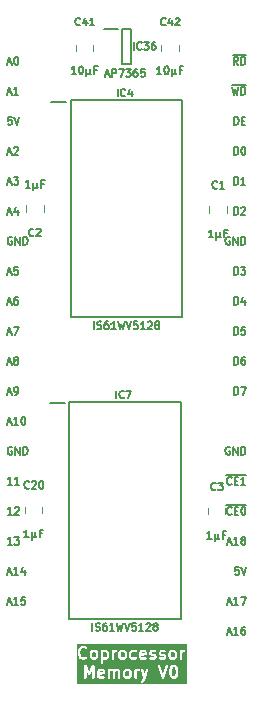
<source format=gto>
%TF.GenerationSoftware,KiCad,Pcbnew,9.0.2*%
%TF.CreationDate,2025-06-15T19:51:53+02:00*%
%TF.ProjectId,HCP65 Coprocessor Memory,48435036-3520-4436-9f70-726f63657373,V0*%
%TF.SameCoordinates,Original*%
%TF.FileFunction,Legend,Top*%
%TF.FilePolarity,Positive*%
%FSLAX46Y46*%
G04 Gerber Fmt 4.6, Leading zero omitted, Abs format (unit mm)*
G04 Created by KiCad (PCBNEW 9.0.2) date 2025-06-15 19:51:53*
%MOMM*%
%LPD*%
G01*
G04 APERTURE LIST*
%ADD10C,0.150000*%
%ADD11C,0.200000*%
%ADD12C,0.120000*%
G04 APERTURE END LIST*
D10*
X1362636Y-43284534D02*
X1665017Y-43284534D01*
X1302160Y-43465963D02*
X1513826Y-42830963D01*
X1513826Y-42830963D02*
X1725493Y-43465963D01*
X2269779Y-43465963D02*
X1906922Y-43465963D01*
X2088350Y-43465963D02*
X2088350Y-42830963D01*
X2088350Y-42830963D02*
X2027874Y-42921677D01*
X2027874Y-42921677D02*
X1967398Y-42982153D01*
X1967398Y-42982153D02*
X1906922Y-43012391D01*
X2814065Y-43042629D02*
X2814065Y-43465963D01*
X2662874Y-42800725D02*
X2511684Y-43254296D01*
X2511684Y-43254296D02*
X2904779Y-43254296D01*
X1362636Y-12804534D02*
X1665017Y-12804534D01*
X1302160Y-12985963D02*
X1513826Y-12350963D01*
X1513826Y-12350963D02*
X1725493Y-12985963D01*
X2209303Y-12562629D02*
X2209303Y-12985963D01*
X2058112Y-12320725D02*
X1906922Y-12774296D01*
X1906922Y-12774296D02*
X2300017Y-12774296D01*
X1362636Y-25504534D02*
X1665017Y-25504534D01*
X1302160Y-25685963D02*
X1513826Y-25050963D01*
X1513826Y-25050963D02*
X1725493Y-25685963D01*
X2027874Y-25323105D02*
X1967398Y-25292867D01*
X1967398Y-25292867D02*
X1937160Y-25262629D01*
X1937160Y-25262629D02*
X1906922Y-25202153D01*
X1906922Y-25202153D02*
X1906922Y-25171915D01*
X1906922Y-25171915D02*
X1937160Y-25111439D01*
X1937160Y-25111439D02*
X1967398Y-25081201D01*
X1967398Y-25081201D02*
X2027874Y-25050963D01*
X2027874Y-25050963D02*
X2148827Y-25050963D01*
X2148827Y-25050963D02*
X2209303Y-25081201D01*
X2209303Y-25081201D02*
X2239541Y-25111439D01*
X2239541Y-25111439D02*
X2269779Y-25171915D01*
X2269779Y-25171915D02*
X2269779Y-25202153D01*
X2269779Y-25202153D02*
X2239541Y-25262629D01*
X2239541Y-25262629D02*
X2209303Y-25292867D01*
X2209303Y-25292867D02*
X2148827Y-25323105D01*
X2148827Y-25323105D02*
X2027874Y-25323105D01*
X2027874Y-25323105D02*
X1967398Y-25353344D01*
X1967398Y-25353344D02*
X1937160Y-25383582D01*
X1937160Y-25383582D02*
X1906922Y-25444058D01*
X1906922Y-25444058D02*
X1906922Y-25565010D01*
X1906922Y-25565010D02*
X1937160Y-25625486D01*
X1937160Y-25625486D02*
X1967398Y-25655725D01*
X1967398Y-25655725D02*
X2027874Y-25685963D01*
X2027874Y-25685963D02*
X2148827Y-25685963D01*
X2148827Y-25685963D02*
X2209303Y-25655725D01*
X2209303Y-25655725D02*
X2239541Y-25625486D01*
X2239541Y-25625486D02*
X2269779Y-25565010D01*
X2269779Y-25565010D02*
X2269779Y-25444058D01*
X2269779Y-25444058D02*
X2239541Y-25383582D01*
X2239541Y-25383582D02*
X2209303Y-25353344D01*
X2209303Y-25353344D02*
X2148827Y-25323105D01*
X20559982Y-5365963D02*
X20559982Y-4730963D01*
X20559982Y-4730963D02*
X20711172Y-4730963D01*
X20711172Y-4730963D02*
X20801887Y-4761201D01*
X20801887Y-4761201D02*
X20862363Y-4821677D01*
X20862363Y-4821677D02*
X20892601Y-4882153D01*
X20892601Y-4882153D02*
X20922839Y-5003105D01*
X20922839Y-5003105D02*
X20922839Y-5093820D01*
X20922839Y-5093820D02*
X20892601Y-5214772D01*
X20892601Y-5214772D02*
X20862363Y-5275248D01*
X20862363Y-5275248D02*
X20801887Y-5335725D01*
X20801887Y-5335725D02*
X20711172Y-5365963D01*
X20711172Y-5365963D02*
X20559982Y-5365963D01*
X21194982Y-5033344D02*
X21406649Y-5033344D01*
X21497363Y-5365963D02*
X21194982Y-5365963D01*
X21194982Y-5365963D02*
X21194982Y-4730963D01*
X21194982Y-4730963D02*
X21497363Y-4730963D01*
X1362636Y-20424534D02*
X1665017Y-20424534D01*
X1302160Y-20605963D02*
X1513826Y-19970963D01*
X1513826Y-19970963D02*
X1725493Y-20605963D01*
X2209303Y-19970963D02*
X2088350Y-19970963D01*
X2088350Y-19970963D02*
X2027874Y-20001201D01*
X2027874Y-20001201D02*
X1997636Y-20031439D01*
X1997636Y-20031439D02*
X1937160Y-20122153D01*
X1937160Y-20122153D02*
X1906922Y-20243105D01*
X1906922Y-20243105D02*
X1906922Y-20485010D01*
X1906922Y-20485010D02*
X1937160Y-20545486D01*
X1937160Y-20545486D02*
X1967398Y-20575725D01*
X1967398Y-20575725D02*
X2027874Y-20605963D01*
X2027874Y-20605963D02*
X2148827Y-20605963D01*
X2148827Y-20605963D02*
X2209303Y-20575725D01*
X2209303Y-20575725D02*
X2239541Y-20545486D01*
X2239541Y-20545486D02*
X2269779Y-20485010D01*
X2269779Y-20485010D02*
X2269779Y-20333820D01*
X2269779Y-20333820D02*
X2239541Y-20273344D01*
X2239541Y-20273344D02*
X2209303Y-20243105D01*
X2209303Y-20243105D02*
X2148827Y-20212867D01*
X2148827Y-20212867D02*
X2027874Y-20212867D01*
X2027874Y-20212867D02*
X1967398Y-20243105D01*
X1967398Y-20243105D02*
X1937160Y-20273344D01*
X1937160Y-20273344D02*
X1906922Y-20333820D01*
X20529744Y-20605963D02*
X20529744Y-19970963D01*
X20529744Y-19970963D02*
X20680934Y-19970963D01*
X20680934Y-19970963D02*
X20771649Y-20001201D01*
X20771649Y-20001201D02*
X20832125Y-20061677D01*
X20832125Y-20061677D02*
X20862363Y-20122153D01*
X20862363Y-20122153D02*
X20892601Y-20243105D01*
X20892601Y-20243105D02*
X20892601Y-20333820D01*
X20892601Y-20333820D02*
X20862363Y-20454772D01*
X20862363Y-20454772D02*
X20832125Y-20515248D01*
X20832125Y-20515248D02*
X20771649Y-20575725D01*
X20771649Y-20575725D02*
X20680934Y-20605963D01*
X20680934Y-20605963D02*
X20529744Y-20605963D01*
X21436887Y-20182629D02*
X21436887Y-20605963D01*
X21285696Y-19940725D02*
X21134506Y-20394296D01*
X21134506Y-20394296D02*
X21527601Y-20394296D01*
X1362636Y-104534D02*
X1665017Y-104534D01*
X1302160Y-285963D02*
X1513826Y349036D01*
X1513826Y349036D02*
X1725493Y-285963D01*
X2058112Y349036D02*
X2118589Y349036D01*
X2118589Y349036D02*
X2179065Y318798D01*
X2179065Y318798D02*
X2209303Y288560D01*
X2209303Y288560D02*
X2239541Y228084D01*
X2239541Y228084D02*
X2269779Y107132D01*
X2269779Y107132D02*
X2269779Y-44058D01*
X2269779Y-44058D02*
X2239541Y-165010D01*
X2239541Y-165010D02*
X2209303Y-225486D01*
X2209303Y-225486D02*
X2179065Y-255725D01*
X2179065Y-255725D02*
X2118589Y-285963D01*
X2118589Y-285963D02*
X2058112Y-285963D01*
X2058112Y-285963D02*
X1997636Y-255725D01*
X1997636Y-255725D02*
X1967398Y-225486D01*
X1967398Y-225486D02*
X1937160Y-165010D01*
X1937160Y-165010D02*
X1906922Y-44058D01*
X1906922Y-44058D02*
X1906922Y107132D01*
X1906922Y107132D02*
X1937160Y228084D01*
X1937160Y228084D02*
X1967398Y288560D01*
X1967398Y288560D02*
X1997636Y318798D01*
X1997636Y318798D02*
X2058112Y349036D01*
X1725493Y-35845963D02*
X1362636Y-35845963D01*
X1544064Y-35845963D02*
X1544064Y-35210963D01*
X1544064Y-35210963D02*
X1483588Y-35301677D01*
X1483588Y-35301677D02*
X1423112Y-35362153D01*
X1423112Y-35362153D02*
X1362636Y-35392391D01*
X2330255Y-35845963D02*
X1967398Y-35845963D01*
X2148826Y-35845963D02*
X2148826Y-35210963D01*
X2148826Y-35210963D02*
X2088350Y-35301677D01*
X2088350Y-35301677D02*
X2027874Y-35362153D01*
X2027874Y-35362153D02*
X1967398Y-35392391D01*
X1725493Y-32701201D02*
X1665017Y-32670963D01*
X1665017Y-32670963D02*
X1574303Y-32670963D01*
X1574303Y-32670963D02*
X1483588Y-32701201D01*
X1483588Y-32701201D02*
X1423112Y-32761677D01*
X1423112Y-32761677D02*
X1392874Y-32822153D01*
X1392874Y-32822153D02*
X1362636Y-32943105D01*
X1362636Y-32943105D02*
X1362636Y-33033820D01*
X1362636Y-33033820D02*
X1392874Y-33154772D01*
X1392874Y-33154772D02*
X1423112Y-33215248D01*
X1423112Y-33215248D02*
X1483588Y-33275725D01*
X1483588Y-33275725D02*
X1574303Y-33305963D01*
X1574303Y-33305963D02*
X1634779Y-33305963D01*
X1634779Y-33305963D02*
X1725493Y-33275725D01*
X1725493Y-33275725D02*
X1755731Y-33245486D01*
X1755731Y-33245486D02*
X1755731Y-33033820D01*
X1755731Y-33033820D02*
X1634779Y-33033820D01*
X2027874Y-33305963D02*
X2027874Y-32670963D01*
X2027874Y-32670963D02*
X2390731Y-33305963D01*
X2390731Y-33305963D02*
X2390731Y-32670963D01*
X2693112Y-33305963D02*
X2693112Y-32670963D01*
X2693112Y-32670963D02*
X2844302Y-32670963D01*
X2844302Y-32670963D02*
X2935017Y-32701201D01*
X2935017Y-32701201D02*
X2995493Y-32761677D01*
X2995493Y-32761677D02*
X3025731Y-32822153D01*
X3025731Y-32822153D02*
X3055969Y-32943105D01*
X3055969Y-32943105D02*
X3055969Y-33033820D01*
X3055969Y-33033820D02*
X3025731Y-33154772D01*
X3025731Y-33154772D02*
X2995493Y-33215248D01*
X2995493Y-33215248D02*
X2935017Y-33275725D01*
X2935017Y-33275725D02*
X2844302Y-33305963D01*
X2844302Y-33305963D02*
X2693112Y-33305963D01*
X1695255Y-4730963D02*
X1392874Y-4730963D01*
X1392874Y-4730963D02*
X1362636Y-5033344D01*
X1362636Y-5033344D02*
X1392874Y-5003105D01*
X1392874Y-5003105D02*
X1453350Y-4972867D01*
X1453350Y-4972867D02*
X1604541Y-4972867D01*
X1604541Y-4972867D02*
X1665017Y-5003105D01*
X1665017Y-5003105D02*
X1695255Y-5033344D01*
X1695255Y-5033344D02*
X1725493Y-5093820D01*
X1725493Y-5093820D02*
X1725493Y-5245010D01*
X1725493Y-5245010D02*
X1695255Y-5305486D01*
X1695255Y-5305486D02*
X1665017Y-5335725D01*
X1665017Y-5335725D02*
X1604541Y-5365963D01*
X1604541Y-5365963D02*
X1453350Y-5365963D01*
X1453350Y-5365963D02*
X1392874Y-5335725D01*
X1392874Y-5335725D02*
X1362636Y-5305486D01*
X1906922Y-4730963D02*
X2118588Y-5365963D01*
X2118588Y-5365963D02*
X2330255Y-4730963D01*
X1362636Y-7724534D02*
X1665017Y-7724534D01*
X1302160Y-7905963D02*
X1513826Y-7270963D01*
X1513826Y-7270963D02*
X1725493Y-7905963D01*
X1906922Y-7331439D02*
X1937160Y-7301201D01*
X1937160Y-7301201D02*
X1997636Y-7270963D01*
X1997636Y-7270963D02*
X2148827Y-7270963D01*
X2148827Y-7270963D02*
X2209303Y-7301201D01*
X2209303Y-7301201D02*
X2239541Y-7331439D01*
X2239541Y-7331439D02*
X2269779Y-7391915D01*
X2269779Y-7391915D02*
X2269779Y-7452391D01*
X2269779Y-7452391D02*
X2239541Y-7543105D01*
X2239541Y-7543105D02*
X1876684Y-7905963D01*
X1876684Y-7905963D02*
X2269779Y-7905963D01*
X19985458Y-45824534D02*
X20287839Y-45824534D01*
X19924982Y-46005963D02*
X20136648Y-45370963D01*
X20136648Y-45370963D02*
X20348315Y-46005963D01*
X20892601Y-46005963D02*
X20529744Y-46005963D01*
X20711172Y-46005963D02*
X20711172Y-45370963D01*
X20711172Y-45370963D02*
X20650696Y-45461677D01*
X20650696Y-45461677D02*
X20590220Y-45522153D01*
X20590220Y-45522153D02*
X20529744Y-45552391D01*
X21104268Y-45370963D02*
X21527601Y-45370963D01*
X21527601Y-45370963D02*
X21255458Y-46005963D01*
X20529744Y-25685963D02*
X20529744Y-25050963D01*
X20529744Y-25050963D02*
X20680934Y-25050963D01*
X20680934Y-25050963D02*
X20771649Y-25081201D01*
X20771649Y-25081201D02*
X20832125Y-25141677D01*
X20832125Y-25141677D02*
X20862363Y-25202153D01*
X20862363Y-25202153D02*
X20892601Y-25323105D01*
X20892601Y-25323105D02*
X20892601Y-25413820D01*
X20892601Y-25413820D02*
X20862363Y-25534772D01*
X20862363Y-25534772D02*
X20832125Y-25595248D01*
X20832125Y-25595248D02*
X20771649Y-25655725D01*
X20771649Y-25655725D02*
X20680934Y-25685963D01*
X20680934Y-25685963D02*
X20529744Y-25685963D01*
X21436887Y-25050963D02*
X21315934Y-25050963D01*
X21315934Y-25050963D02*
X21255458Y-25081201D01*
X21255458Y-25081201D02*
X21225220Y-25111439D01*
X21225220Y-25111439D02*
X21164744Y-25202153D01*
X21164744Y-25202153D02*
X21134506Y-25323105D01*
X21134506Y-25323105D02*
X21134506Y-25565010D01*
X21134506Y-25565010D02*
X21164744Y-25625486D01*
X21164744Y-25625486D02*
X21194982Y-25655725D01*
X21194982Y-25655725D02*
X21255458Y-25685963D01*
X21255458Y-25685963D02*
X21376411Y-25685963D01*
X21376411Y-25685963D02*
X21436887Y-25655725D01*
X21436887Y-25655725D02*
X21467125Y-25625486D01*
X21467125Y-25625486D02*
X21497363Y-25565010D01*
X21497363Y-25565010D02*
X21497363Y-25413820D01*
X21497363Y-25413820D02*
X21467125Y-25353344D01*
X21467125Y-25353344D02*
X21436887Y-25323105D01*
X21436887Y-25323105D02*
X21376411Y-25292867D01*
X21376411Y-25292867D02*
X21255458Y-25292867D01*
X21255458Y-25292867D02*
X21194982Y-25323105D01*
X21194982Y-25323105D02*
X21164744Y-25353344D01*
X21164744Y-25353344D02*
X21134506Y-25413820D01*
X19985458Y-40744534D02*
X20287839Y-40744534D01*
X19924982Y-40925963D02*
X20136648Y-40290963D01*
X20136648Y-40290963D02*
X20348315Y-40925963D01*
X20892601Y-40925963D02*
X20529744Y-40925963D01*
X20711172Y-40925963D02*
X20711172Y-40290963D01*
X20711172Y-40290963D02*
X20650696Y-40381677D01*
X20650696Y-40381677D02*
X20590220Y-40442153D01*
X20590220Y-40442153D02*
X20529744Y-40472391D01*
X21255458Y-40563105D02*
X21194982Y-40532867D01*
X21194982Y-40532867D02*
X21164744Y-40502629D01*
X21164744Y-40502629D02*
X21134506Y-40442153D01*
X21134506Y-40442153D02*
X21134506Y-40411915D01*
X21134506Y-40411915D02*
X21164744Y-40351439D01*
X21164744Y-40351439D02*
X21194982Y-40321201D01*
X21194982Y-40321201D02*
X21255458Y-40290963D01*
X21255458Y-40290963D02*
X21376411Y-40290963D01*
X21376411Y-40290963D02*
X21436887Y-40321201D01*
X21436887Y-40321201D02*
X21467125Y-40351439D01*
X21467125Y-40351439D02*
X21497363Y-40411915D01*
X21497363Y-40411915D02*
X21497363Y-40442153D01*
X21497363Y-40442153D02*
X21467125Y-40502629D01*
X21467125Y-40502629D02*
X21436887Y-40532867D01*
X21436887Y-40532867D02*
X21376411Y-40563105D01*
X21376411Y-40563105D02*
X21255458Y-40563105D01*
X21255458Y-40563105D02*
X21194982Y-40593344D01*
X21194982Y-40593344D02*
X21164744Y-40623582D01*
X21164744Y-40623582D02*
X21134506Y-40684058D01*
X21134506Y-40684058D02*
X21134506Y-40805010D01*
X21134506Y-40805010D02*
X21164744Y-40865486D01*
X21164744Y-40865486D02*
X21194982Y-40895725D01*
X21194982Y-40895725D02*
X21255458Y-40925963D01*
X21255458Y-40925963D02*
X21376411Y-40925963D01*
X21376411Y-40925963D02*
X21436887Y-40895725D01*
X21436887Y-40895725D02*
X21467125Y-40865486D01*
X21467125Y-40865486D02*
X21497363Y-40805010D01*
X21497363Y-40805010D02*
X21497363Y-40684058D01*
X21497363Y-40684058D02*
X21467125Y-40623582D01*
X21467125Y-40623582D02*
X21436887Y-40593344D01*
X21436887Y-40593344D02*
X21376411Y-40563105D01*
X20922839Y-42830963D02*
X20620458Y-42830963D01*
X20620458Y-42830963D02*
X20590220Y-43133344D01*
X20590220Y-43133344D02*
X20620458Y-43103105D01*
X20620458Y-43103105D02*
X20680934Y-43072867D01*
X20680934Y-43072867D02*
X20832125Y-43072867D01*
X20832125Y-43072867D02*
X20892601Y-43103105D01*
X20892601Y-43103105D02*
X20922839Y-43133344D01*
X20922839Y-43133344D02*
X20953077Y-43193820D01*
X20953077Y-43193820D02*
X20953077Y-43345010D01*
X20953077Y-43345010D02*
X20922839Y-43405486D01*
X20922839Y-43405486D02*
X20892601Y-43435725D01*
X20892601Y-43435725D02*
X20832125Y-43465963D01*
X20832125Y-43465963D02*
X20680934Y-43465963D01*
X20680934Y-43465963D02*
X20620458Y-43435725D01*
X20620458Y-43435725D02*
X20590220Y-43405486D01*
X21134506Y-42830963D02*
X21346172Y-43465963D01*
X21346172Y-43465963D02*
X21557839Y-42830963D01*
X20862363Y-285963D02*
X20650696Y16417D01*
X20499506Y-285963D02*
X20499506Y349036D01*
X20499506Y349036D02*
X20741411Y349036D01*
X20741411Y349036D02*
X20801887Y318798D01*
X20801887Y318798D02*
X20832125Y288560D01*
X20832125Y288560D02*
X20862363Y228084D01*
X20862363Y228084D02*
X20862363Y137370D01*
X20862363Y137370D02*
X20832125Y76894D01*
X20832125Y76894D02*
X20801887Y46655D01*
X20801887Y46655D02*
X20741411Y16417D01*
X20741411Y16417D02*
X20499506Y16417D01*
X21134506Y-285963D02*
X21134506Y349036D01*
X21134506Y349036D02*
X21285696Y349036D01*
X21285696Y349036D02*
X21376411Y318798D01*
X21376411Y318798D02*
X21436887Y258322D01*
X21436887Y258322D02*
X21467125Y197846D01*
X21467125Y197846D02*
X21497363Y76894D01*
X21497363Y76894D02*
X21497363Y-13820D01*
X21497363Y-13820D02*
X21467125Y-134772D01*
X21467125Y-134772D02*
X21436887Y-195248D01*
X21436887Y-195248D02*
X21376411Y-255725D01*
X21376411Y-255725D02*
X21285696Y-285963D01*
X21285696Y-285963D02*
X21134506Y-285963D01*
X20411816Y525325D02*
X21554816Y525325D01*
X20348316Y-2190963D02*
X20499506Y-2825963D01*
X20499506Y-2825963D02*
X20620459Y-2372391D01*
X20620459Y-2372391D02*
X20741411Y-2825963D01*
X20741411Y-2825963D02*
X20892602Y-2190963D01*
X21134506Y-2825963D02*
X21134506Y-2190963D01*
X21134506Y-2190963D02*
X21285696Y-2190963D01*
X21285696Y-2190963D02*
X21376411Y-2221201D01*
X21376411Y-2221201D02*
X21436887Y-2281677D01*
X21436887Y-2281677D02*
X21467125Y-2342153D01*
X21467125Y-2342153D02*
X21497363Y-2463105D01*
X21497363Y-2463105D02*
X21497363Y-2553820D01*
X21497363Y-2553820D02*
X21467125Y-2674772D01*
X21467125Y-2674772D02*
X21436887Y-2735248D01*
X21436887Y-2735248D02*
X21376411Y-2795725D01*
X21376411Y-2795725D02*
X21285696Y-2825963D01*
X21285696Y-2825963D02*
X21134506Y-2825963D01*
X20321102Y-2014675D02*
X21554816Y-2014675D01*
X20166887Y-32701201D02*
X20106411Y-32670963D01*
X20106411Y-32670963D02*
X20015697Y-32670963D01*
X20015697Y-32670963D02*
X19924982Y-32701201D01*
X19924982Y-32701201D02*
X19864506Y-32761677D01*
X19864506Y-32761677D02*
X19834268Y-32822153D01*
X19834268Y-32822153D02*
X19804030Y-32943105D01*
X19804030Y-32943105D02*
X19804030Y-33033820D01*
X19804030Y-33033820D02*
X19834268Y-33154772D01*
X19834268Y-33154772D02*
X19864506Y-33215248D01*
X19864506Y-33215248D02*
X19924982Y-33275725D01*
X19924982Y-33275725D02*
X20015697Y-33305963D01*
X20015697Y-33305963D02*
X20076173Y-33305963D01*
X20076173Y-33305963D02*
X20166887Y-33275725D01*
X20166887Y-33275725D02*
X20197125Y-33245486D01*
X20197125Y-33245486D02*
X20197125Y-33033820D01*
X20197125Y-33033820D02*
X20076173Y-33033820D01*
X20469268Y-33305963D02*
X20469268Y-32670963D01*
X20469268Y-32670963D02*
X20832125Y-33305963D01*
X20832125Y-33305963D02*
X20832125Y-32670963D01*
X21134506Y-33305963D02*
X21134506Y-32670963D01*
X21134506Y-32670963D02*
X21285696Y-32670963D01*
X21285696Y-32670963D02*
X21376411Y-32701201D01*
X21376411Y-32701201D02*
X21436887Y-32761677D01*
X21436887Y-32761677D02*
X21467125Y-32822153D01*
X21467125Y-32822153D02*
X21497363Y-32943105D01*
X21497363Y-32943105D02*
X21497363Y-33033820D01*
X21497363Y-33033820D02*
X21467125Y-33154772D01*
X21467125Y-33154772D02*
X21436887Y-33215248D01*
X21436887Y-33215248D02*
X21376411Y-33275725D01*
X21376411Y-33275725D02*
X21285696Y-33305963D01*
X21285696Y-33305963D02*
X21134506Y-33305963D01*
X20318077Y-35785486D02*
X20287839Y-35815725D01*
X20287839Y-35815725D02*
X20197125Y-35845963D01*
X20197125Y-35845963D02*
X20136649Y-35845963D01*
X20136649Y-35845963D02*
X20045934Y-35815725D01*
X20045934Y-35815725D02*
X19985458Y-35755248D01*
X19985458Y-35755248D02*
X19955220Y-35694772D01*
X19955220Y-35694772D02*
X19924982Y-35573820D01*
X19924982Y-35573820D02*
X19924982Y-35483105D01*
X19924982Y-35483105D02*
X19955220Y-35362153D01*
X19955220Y-35362153D02*
X19985458Y-35301677D01*
X19985458Y-35301677D02*
X20045934Y-35241201D01*
X20045934Y-35241201D02*
X20136649Y-35210963D01*
X20136649Y-35210963D02*
X20197125Y-35210963D01*
X20197125Y-35210963D02*
X20287839Y-35241201D01*
X20287839Y-35241201D02*
X20318077Y-35271439D01*
X20590220Y-35513344D02*
X20801887Y-35513344D01*
X20892601Y-35845963D02*
X20590220Y-35845963D01*
X20590220Y-35845963D02*
X20590220Y-35210963D01*
X20590220Y-35210963D02*
X20892601Y-35210963D01*
X21497363Y-35845963D02*
X21134506Y-35845963D01*
X21315934Y-35845963D02*
X21315934Y-35210963D01*
X21315934Y-35210963D02*
X21255458Y-35301677D01*
X21255458Y-35301677D02*
X21194982Y-35362153D01*
X21194982Y-35362153D02*
X21134506Y-35392391D01*
X19867530Y-35034675D02*
X21554816Y-35034675D01*
X1725493Y-38385963D02*
X1362636Y-38385963D01*
X1544064Y-38385963D02*
X1544064Y-37750963D01*
X1544064Y-37750963D02*
X1483588Y-37841677D01*
X1483588Y-37841677D02*
X1423112Y-37902153D01*
X1423112Y-37902153D02*
X1362636Y-37932391D01*
X1967398Y-37811439D02*
X1997636Y-37781201D01*
X1997636Y-37781201D02*
X2058112Y-37750963D01*
X2058112Y-37750963D02*
X2209303Y-37750963D01*
X2209303Y-37750963D02*
X2269779Y-37781201D01*
X2269779Y-37781201D02*
X2300017Y-37811439D01*
X2300017Y-37811439D02*
X2330255Y-37871915D01*
X2330255Y-37871915D02*
X2330255Y-37932391D01*
X2330255Y-37932391D02*
X2300017Y-38023105D01*
X2300017Y-38023105D02*
X1937160Y-38385963D01*
X1937160Y-38385963D02*
X2330255Y-38385963D01*
X20529744Y-7905963D02*
X20529744Y-7270963D01*
X20529744Y-7270963D02*
X20680934Y-7270963D01*
X20680934Y-7270963D02*
X20771649Y-7301201D01*
X20771649Y-7301201D02*
X20832125Y-7361677D01*
X20832125Y-7361677D02*
X20862363Y-7422153D01*
X20862363Y-7422153D02*
X20892601Y-7543105D01*
X20892601Y-7543105D02*
X20892601Y-7633820D01*
X20892601Y-7633820D02*
X20862363Y-7754772D01*
X20862363Y-7754772D02*
X20832125Y-7815248D01*
X20832125Y-7815248D02*
X20771649Y-7875725D01*
X20771649Y-7875725D02*
X20680934Y-7905963D01*
X20680934Y-7905963D02*
X20529744Y-7905963D01*
X21285696Y-7270963D02*
X21346173Y-7270963D01*
X21346173Y-7270963D02*
X21406649Y-7301201D01*
X21406649Y-7301201D02*
X21436887Y-7331439D01*
X21436887Y-7331439D02*
X21467125Y-7391915D01*
X21467125Y-7391915D02*
X21497363Y-7512867D01*
X21497363Y-7512867D02*
X21497363Y-7664058D01*
X21497363Y-7664058D02*
X21467125Y-7785010D01*
X21467125Y-7785010D02*
X21436887Y-7845486D01*
X21436887Y-7845486D02*
X21406649Y-7875725D01*
X21406649Y-7875725D02*
X21346173Y-7905963D01*
X21346173Y-7905963D02*
X21285696Y-7905963D01*
X21285696Y-7905963D02*
X21225220Y-7875725D01*
X21225220Y-7875725D02*
X21194982Y-7845486D01*
X21194982Y-7845486D02*
X21164744Y-7785010D01*
X21164744Y-7785010D02*
X21134506Y-7664058D01*
X21134506Y-7664058D02*
X21134506Y-7512867D01*
X21134506Y-7512867D02*
X21164744Y-7391915D01*
X21164744Y-7391915D02*
X21194982Y-7331439D01*
X21194982Y-7331439D02*
X21225220Y-7301201D01*
X21225220Y-7301201D02*
X21285696Y-7270963D01*
X1362636Y-22964534D02*
X1665017Y-22964534D01*
X1302160Y-23145963D02*
X1513826Y-22510963D01*
X1513826Y-22510963D02*
X1725493Y-23145963D01*
X1876684Y-22510963D02*
X2300017Y-22510963D01*
X2300017Y-22510963D02*
X2027874Y-23145963D01*
X20166887Y-14921201D02*
X20106411Y-14890963D01*
X20106411Y-14890963D02*
X20015697Y-14890963D01*
X20015697Y-14890963D02*
X19924982Y-14921201D01*
X19924982Y-14921201D02*
X19864506Y-14981677D01*
X19864506Y-14981677D02*
X19834268Y-15042153D01*
X19834268Y-15042153D02*
X19804030Y-15163105D01*
X19804030Y-15163105D02*
X19804030Y-15253820D01*
X19804030Y-15253820D02*
X19834268Y-15374772D01*
X19834268Y-15374772D02*
X19864506Y-15435248D01*
X19864506Y-15435248D02*
X19924982Y-15495725D01*
X19924982Y-15495725D02*
X20015697Y-15525963D01*
X20015697Y-15525963D02*
X20076173Y-15525963D01*
X20076173Y-15525963D02*
X20166887Y-15495725D01*
X20166887Y-15495725D02*
X20197125Y-15465486D01*
X20197125Y-15465486D02*
X20197125Y-15253820D01*
X20197125Y-15253820D02*
X20076173Y-15253820D01*
X20469268Y-15525963D02*
X20469268Y-14890963D01*
X20469268Y-14890963D02*
X20832125Y-15525963D01*
X20832125Y-15525963D02*
X20832125Y-14890963D01*
X21134506Y-15525963D02*
X21134506Y-14890963D01*
X21134506Y-14890963D02*
X21285696Y-14890963D01*
X21285696Y-14890963D02*
X21376411Y-14921201D01*
X21376411Y-14921201D02*
X21436887Y-14981677D01*
X21436887Y-14981677D02*
X21467125Y-15042153D01*
X21467125Y-15042153D02*
X21497363Y-15163105D01*
X21497363Y-15163105D02*
X21497363Y-15253820D01*
X21497363Y-15253820D02*
X21467125Y-15374772D01*
X21467125Y-15374772D02*
X21436887Y-15435248D01*
X21436887Y-15435248D02*
X21376411Y-15495725D01*
X21376411Y-15495725D02*
X21285696Y-15525963D01*
X21285696Y-15525963D02*
X21134506Y-15525963D01*
X1362636Y-17884534D02*
X1665017Y-17884534D01*
X1302160Y-18065963D02*
X1513826Y-17430963D01*
X1513826Y-17430963D02*
X1725493Y-18065963D01*
X2239541Y-17430963D02*
X1937160Y-17430963D01*
X1937160Y-17430963D02*
X1906922Y-17733344D01*
X1906922Y-17733344D02*
X1937160Y-17703105D01*
X1937160Y-17703105D02*
X1997636Y-17672867D01*
X1997636Y-17672867D02*
X2148827Y-17672867D01*
X2148827Y-17672867D02*
X2209303Y-17703105D01*
X2209303Y-17703105D02*
X2239541Y-17733344D01*
X2239541Y-17733344D02*
X2269779Y-17793820D01*
X2269779Y-17793820D02*
X2269779Y-17945010D01*
X2269779Y-17945010D02*
X2239541Y-18005486D01*
X2239541Y-18005486D02*
X2209303Y-18035725D01*
X2209303Y-18035725D02*
X2148827Y-18065963D01*
X2148827Y-18065963D02*
X1997636Y-18065963D01*
X1997636Y-18065963D02*
X1937160Y-18035725D01*
X1937160Y-18035725D02*
X1906922Y-18005486D01*
X20529744Y-10445963D02*
X20529744Y-9810963D01*
X20529744Y-9810963D02*
X20680934Y-9810963D01*
X20680934Y-9810963D02*
X20771649Y-9841201D01*
X20771649Y-9841201D02*
X20832125Y-9901677D01*
X20832125Y-9901677D02*
X20862363Y-9962153D01*
X20862363Y-9962153D02*
X20892601Y-10083105D01*
X20892601Y-10083105D02*
X20892601Y-10173820D01*
X20892601Y-10173820D02*
X20862363Y-10294772D01*
X20862363Y-10294772D02*
X20832125Y-10355248D01*
X20832125Y-10355248D02*
X20771649Y-10415725D01*
X20771649Y-10415725D02*
X20680934Y-10445963D01*
X20680934Y-10445963D02*
X20529744Y-10445963D01*
X21497363Y-10445963D02*
X21134506Y-10445963D01*
X21315934Y-10445963D02*
X21315934Y-9810963D01*
X21315934Y-9810963D02*
X21255458Y-9901677D01*
X21255458Y-9901677D02*
X21194982Y-9962153D01*
X21194982Y-9962153D02*
X21134506Y-9992391D01*
X1362636Y-28044534D02*
X1665017Y-28044534D01*
X1302160Y-28225963D02*
X1513826Y-27590963D01*
X1513826Y-27590963D02*
X1725493Y-28225963D01*
X1967398Y-28225963D02*
X2088350Y-28225963D01*
X2088350Y-28225963D02*
X2148827Y-28195725D01*
X2148827Y-28195725D02*
X2179065Y-28165486D01*
X2179065Y-28165486D02*
X2239541Y-28074772D01*
X2239541Y-28074772D02*
X2269779Y-27953820D01*
X2269779Y-27953820D02*
X2269779Y-27711915D01*
X2269779Y-27711915D02*
X2239541Y-27651439D01*
X2239541Y-27651439D02*
X2209303Y-27621201D01*
X2209303Y-27621201D02*
X2148827Y-27590963D01*
X2148827Y-27590963D02*
X2027874Y-27590963D01*
X2027874Y-27590963D02*
X1967398Y-27621201D01*
X1967398Y-27621201D02*
X1937160Y-27651439D01*
X1937160Y-27651439D02*
X1906922Y-27711915D01*
X1906922Y-27711915D02*
X1906922Y-27863105D01*
X1906922Y-27863105D02*
X1937160Y-27923582D01*
X1937160Y-27923582D02*
X1967398Y-27953820D01*
X1967398Y-27953820D02*
X2027874Y-27984058D01*
X2027874Y-27984058D02*
X2148827Y-27984058D01*
X2148827Y-27984058D02*
X2209303Y-27953820D01*
X2209303Y-27953820D02*
X2239541Y-27923582D01*
X2239541Y-27923582D02*
X2269779Y-27863105D01*
X1725493Y-14921201D02*
X1665017Y-14890963D01*
X1665017Y-14890963D02*
X1574303Y-14890963D01*
X1574303Y-14890963D02*
X1483588Y-14921201D01*
X1483588Y-14921201D02*
X1423112Y-14981677D01*
X1423112Y-14981677D02*
X1392874Y-15042153D01*
X1392874Y-15042153D02*
X1362636Y-15163105D01*
X1362636Y-15163105D02*
X1362636Y-15253820D01*
X1362636Y-15253820D02*
X1392874Y-15374772D01*
X1392874Y-15374772D02*
X1423112Y-15435248D01*
X1423112Y-15435248D02*
X1483588Y-15495725D01*
X1483588Y-15495725D02*
X1574303Y-15525963D01*
X1574303Y-15525963D02*
X1634779Y-15525963D01*
X1634779Y-15525963D02*
X1725493Y-15495725D01*
X1725493Y-15495725D02*
X1755731Y-15465486D01*
X1755731Y-15465486D02*
X1755731Y-15253820D01*
X1755731Y-15253820D02*
X1634779Y-15253820D01*
X2027874Y-15525963D02*
X2027874Y-14890963D01*
X2027874Y-14890963D02*
X2390731Y-15525963D01*
X2390731Y-15525963D02*
X2390731Y-14890963D01*
X2693112Y-15525963D02*
X2693112Y-14890963D01*
X2693112Y-14890963D02*
X2844302Y-14890963D01*
X2844302Y-14890963D02*
X2935017Y-14921201D01*
X2935017Y-14921201D02*
X2995493Y-14981677D01*
X2995493Y-14981677D02*
X3025731Y-15042153D01*
X3025731Y-15042153D02*
X3055969Y-15163105D01*
X3055969Y-15163105D02*
X3055969Y-15253820D01*
X3055969Y-15253820D02*
X3025731Y-15374772D01*
X3025731Y-15374772D02*
X2995493Y-15435248D01*
X2995493Y-15435248D02*
X2935017Y-15495725D01*
X2935017Y-15495725D02*
X2844302Y-15525963D01*
X2844302Y-15525963D02*
X2693112Y-15525963D01*
X20529744Y-18065963D02*
X20529744Y-17430963D01*
X20529744Y-17430963D02*
X20680934Y-17430963D01*
X20680934Y-17430963D02*
X20771649Y-17461201D01*
X20771649Y-17461201D02*
X20832125Y-17521677D01*
X20832125Y-17521677D02*
X20862363Y-17582153D01*
X20862363Y-17582153D02*
X20892601Y-17703105D01*
X20892601Y-17703105D02*
X20892601Y-17793820D01*
X20892601Y-17793820D02*
X20862363Y-17914772D01*
X20862363Y-17914772D02*
X20832125Y-17975248D01*
X20832125Y-17975248D02*
X20771649Y-18035725D01*
X20771649Y-18035725D02*
X20680934Y-18065963D01*
X20680934Y-18065963D02*
X20529744Y-18065963D01*
X21104268Y-17430963D02*
X21497363Y-17430963D01*
X21497363Y-17430963D02*
X21285696Y-17672867D01*
X21285696Y-17672867D02*
X21376411Y-17672867D01*
X21376411Y-17672867D02*
X21436887Y-17703105D01*
X21436887Y-17703105D02*
X21467125Y-17733344D01*
X21467125Y-17733344D02*
X21497363Y-17793820D01*
X21497363Y-17793820D02*
X21497363Y-17945010D01*
X21497363Y-17945010D02*
X21467125Y-18005486D01*
X21467125Y-18005486D02*
X21436887Y-18035725D01*
X21436887Y-18035725D02*
X21376411Y-18065963D01*
X21376411Y-18065963D02*
X21194982Y-18065963D01*
X21194982Y-18065963D02*
X21134506Y-18035725D01*
X21134506Y-18035725D02*
X21104268Y-18005486D01*
X1362636Y-30584534D02*
X1665017Y-30584534D01*
X1302160Y-30765963D02*
X1513826Y-30130963D01*
X1513826Y-30130963D02*
X1725493Y-30765963D01*
X2269779Y-30765963D02*
X1906922Y-30765963D01*
X2088350Y-30765963D02*
X2088350Y-30130963D01*
X2088350Y-30130963D02*
X2027874Y-30221677D01*
X2027874Y-30221677D02*
X1967398Y-30282153D01*
X1967398Y-30282153D02*
X1906922Y-30312391D01*
X2662874Y-30130963D02*
X2723351Y-30130963D01*
X2723351Y-30130963D02*
X2783827Y-30161201D01*
X2783827Y-30161201D02*
X2814065Y-30191439D01*
X2814065Y-30191439D02*
X2844303Y-30251915D01*
X2844303Y-30251915D02*
X2874541Y-30372867D01*
X2874541Y-30372867D02*
X2874541Y-30524058D01*
X2874541Y-30524058D02*
X2844303Y-30645010D01*
X2844303Y-30645010D02*
X2814065Y-30705486D01*
X2814065Y-30705486D02*
X2783827Y-30735725D01*
X2783827Y-30735725D02*
X2723351Y-30765963D01*
X2723351Y-30765963D02*
X2662874Y-30765963D01*
X2662874Y-30765963D02*
X2602398Y-30735725D01*
X2602398Y-30735725D02*
X2572160Y-30705486D01*
X2572160Y-30705486D02*
X2541922Y-30645010D01*
X2541922Y-30645010D02*
X2511684Y-30524058D01*
X2511684Y-30524058D02*
X2511684Y-30372867D01*
X2511684Y-30372867D02*
X2541922Y-30251915D01*
X2541922Y-30251915D02*
X2572160Y-30191439D01*
X2572160Y-30191439D02*
X2602398Y-30161201D01*
X2602398Y-30161201D02*
X2662874Y-30130963D01*
X20529744Y-23145963D02*
X20529744Y-22510963D01*
X20529744Y-22510963D02*
X20680934Y-22510963D01*
X20680934Y-22510963D02*
X20771649Y-22541201D01*
X20771649Y-22541201D02*
X20832125Y-22601677D01*
X20832125Y-22601677D02*
X20862363Y-22662153D01*
X20862363Y-22662153D02*
X20892601Y-22783105D01*
X20892601Y-22783105D02*
X20892601Y-22873820D01*
X20892601Y-22873820D02*
X20862363Y-22994772D01*
X20862363Y-22994772D02*
X20832125Y-23055248D01*
X20832125Y-23055248D02*
X20771649Y-23115725D01*
X20771649Y-23115725D02*
X20680934Y-23145963D01*
X20680934Y-23145963D02*
X20529744Y-23145963D01*
X21467125Y-22510963D02*
X21164744Y-22510963D01*
X21164744Y-22510963D02*
X21134506Y-22813344D01*
X21134506Y-22813344D02*
X21164744Y-22783105D01*
X21164744Y-22783105D02*
X21225220Y-22752867D01*
X21225220Y-22752867D02*
X21376411Y-22752867D01*
X21376411Y-22752867D02*
X21436887Y-22783105D01*
X21436887Y-22783105D02*
X21467125Y-22813344D01*
X21467125Y-22813344D02*
X21497363Y-22873820D01*
X21497363Y-22873820D02*
X21497363Y-23025010D01*
X21497363Y-23025010D02*
X21467125Y-23085486D01*
X21467125Y-23085486D02*
X21436887Y-23115725D01*
X21436887Y-23115725D02*
X21376411Y-23145963D01*
X21376411Y-23145963D02*
X21225220Y-23145963D01*
X21225220Y-23145963D02*
X21164744Y-23115725D01*
X21164744Y-23115725D02*
X21134506Y-23085486D01*
X1362636Y-2644534D02*
X1665017Y-2644534D01*
X1302160Y-2825963D02*
X1513826Y-2190963D01*
X1513826Y-2190963D02*
X1725493Y-2825963D01*
X2269779Y-2825963D02*
X1906922Y-2825963D01*
X2088350Y-2825963D02*
X2088350Y-2190963D01*
X2088350Y-2190963D02*
X2027874Y-2281677D01*
X2027874Y-2281677D02*
X1967398Y-2342153D01*
X1967398Y-2342153D02*
X1906922Y-2372391D01*
X1362636Y-10264534D02*
X1665017Y-10264534D01*
X1302160Y-10445963D02*
X1513826Y-9810963D01*
X1513826Y-9810963D02*
X1725493Y-10445963D01*
X1876684Y-9810963D02*
X2269779Y-9810963D01*
X2269779Y-9810963D02*
X2058112Y-10052867D01*
X2058112Y-10052867D02*
X2148827Y-10052867D01*
X2148827Y-10052867D02*
X2209303Y-10083105D01*
X2209303Y-10083105D02*
X2239541Y-10113344D01*
X2239541Y-10113344D02*
X2269779Y-10173820D01*
X2269779Y-10173820D02*
X2269779Y-10325010D01*
X2269779Y-10325010D02*
X2239541Y-10385486D01*
X2239541Y-10385486D02*
X2209303Y-10415725D01*
X2209303Y-10415725D02*
X2148827Y-10445963D01*
X2148827Y-10445963D02*
X1967398Y-10445963D01*
X1967398Y-10445963D02*
X1906922Y-10415725D01*
X1906922Y-10415725D02*
X1876684Y-10385486D01*
X1725493Y-40925963D02*
X1362636Y-40925963D01*
X1544064Y-40925963D02*
X1544064Y-40290963D01*
X1544064Y-40290963D02*
X1483588Y-40381677D01*
X1483588Y-40381677D02*
X1423112Y-40442153D01*
X1423112Y-40442153D02*
X1362636Y-40472391D01*
X1937160Y-40290963D02*
X2330255Y-40290963D01*
X2330255Y-40290963D02*
X2118588Y-40532867D01*
X2118588Y-40532867D02*
X2209303Y-40532867D01*
X2209303Y-40532867D02*
X2269779Y-40563105D01*
X2269779Y-40563105D02*
X2300017Y-40593344D01*
X2300017Y-40593344D02*
X2330255Y-40653820D01*
X2330255Y-40653820D02*
X2330255Y-40805010D01*
X2330255Y-40805010D02*
X2300017Y-40865486D01*
X2300017Y-40865486D02*
X2269779Y-40895725D01*
X2269779Y-40895725D02*
X2209303Y-40925963D01*
X2209303Y-40925963D02*
X2027874Y-40925963D01*
X2027874Y-40925963D02*
X1967398Y-40895725D01*
X1967398Y-40895725D02*
X1937160Y-40865486D01*
X19985458Y-48364534D02*
X20287839Y-48364534D01*
X19924982Y-48545963D02*
X20136648Y-47910963D01*
X20136648Y-47910963D02*
X20348315Y-48545963D01*
X20892601Y-48545963D02*
X20529744Y-48545963D01*
X20711172Y-48545963D02*
X20711172Y-47910963D01*
X20711172Y-47910963D02*
X20650696Y-48001677D01*
X20650696Y-48001677D02*
X20590220Y-48062153D01*
X20590220Y-48062153D02*
X20529744Y-48092391D01*
X21436887Y-47910963D02*
X21315934Y-47910963D01*
X21315934Y-47910963D02*
X21255458Y-47941201D01*
X21255458Y-47941201D02*
X21225220Y-47971439D01*
X21225220Y-47971439D02*
X21164744Y-48062153D01*
X21164744Y-48062153D02*
X21134506Y-48183105D01*
X21134506Y-48183105D02*
X21134506Y-48425010D01*
X21134506Y-48425010D02*
X21164744Y-48485486D01*
X21164744Y-48485486D02*
X21194982Y-48515725D01*
X21194982Y-48515725D02*
X21255458Y-48545963D01*
X21255458Y-48545963D02*
X21376411Y-48545963D01*
X21376411Y-48545963D02*
X21436887Y-48515725D01*
X21436887Y-48515725D02*
X21467125Y-48485486D01*
X21467125Y-48485486D02*
X21497363Y-48425010D01*
X21497363Y-48425010D02*
X21497363Y-48273820D01*
X21497363Y-48273820D02*
X21467125Y-48213344D01*
X21467125Y-48213344D02*
X21436887Y-48183105D01*
X21436887Y-48183105D02*
X21376411Y-48152867D01*
X21376411Y-48152867D02*
X21255458Y-48152867D01*
X21255458Y-48152867D02*
X21194982Y-48183105D01*
X21194982Y-48183105D02*
X21164744Y-48213344D01*
X21164744Y-48213344D02*
X21134506Y-48273820D01*
X20529744Y-28225963D02*
X20529744Y-27590963D01*
X20529744Y-27590963D02*
X20680934Y-27590963D01*
X20680934Y-27590963D02*
X20771649Y-27621201D01*
X20771649Y-27621201D02*
X20832125Y-27681677D01*
X20832125Y-27681677D02*
X20862363Y-27742153D01*
X20862363Y-27742153D02*
X20892601Y-27863105D01*
X20892601Y-27863105D02*
X20892601Y-27953820D01*
X20892601Y-27953820D02*
X20862363Y-28074772D01*
X20862363Y-28074772D02*
X20832125Y-28135248D01*
X20832125Y-28135248D02*
X20771649Y-28195725D01*
X20771649Y-28195725D02*
X20680934Y-28225963D01*
X20680934Y-28225963D02*
X20529744Y-28225963D01*
X21104268Y-27590963D02*
X21527601Y-27590963D01*
X21527601Y-27590963D02*
X21255458Y-28225963D01*
D11*
G36*
X9403130Y-51646707D02*
G01*
X9420580Y-51681607D01*
X9149095Y-51735904D01*
X9149095Y-51691016D01*
X9171250Y-51646706D01*
X9215559Y-51624552D01*
X9358821Y-51624552D01*
X9403130Y-51646707D01*
G37*
G36*
X11608906Y-51654357D02*
G01*
X11633575Y-51679025D01*
X11663380Y-51738635D01*
X11663380Y-51977135D01*
X11633575Y-52036743D01*
X11608906Y-52061413D01*
X11549297Y-52091219D01*
X11453654Y-52091219D01*
X11394044Y-52061414D01*
X11369377Y-52036746D01*
X11339571Y-51977134D01*
X11339571Y-51738635D01*
X11369376Y-51679025D01*
X11394044Y-51654356D01*
X11453654Y-51624552D01*
X11549297Y-51624552D01*
X11608906Y-51654357D01*
G37*
G36*
X15513669Y-51321024D02*
G01*
X15538338Y-51345692D01*
X15573791Y-51416599D01*
X15615762Y-51584480D01*
X15615762Y-51797956D01*
X15573791Y-51965837D01*
X15538338Y-52036743D01*
X15513669Y-52061413D01*
X15454060Y-52091219D01*
X15406036Y-52091219D01*
X15346426Y-52061414D01*
X15321759Y-52036746D01*
X15286304Y-51965837D01*
X15244334Y-51797956D01*
X15244334Y-51584481D01*
X15286304Y-51416599D01*
X15321758Y-51345692D01*
X15346426Y-51321023D01*
X15406036Y-51291219D01*
X15454060Y-51291219D01*
X15513669Y-51321024D01*
G37*
G36*
X9680334Y-50044413D02*
G01*
X9705003Y-50069081D01*
X9734808Y-50128691D01*
X9734808Y-50367191D01*
X9705003Y-50426799D01*
X9680334Y-50451469D01*
X9620725Y-50481275D01*
X9477463Y-50481275D01*
X9458618Y-50471852D01*
X9458618Y-50024030D01*
X9477463Y-50014608D01*
X9620725Y-50014608D01*
X9680334Y-50044413D01*
G37*
G36*
X8775572Y-50044413D02*
G01*
X8800241Y-50069081D01*
X8830046Y-50128691D01*
X8830046Y-50367191D01*
X8800241Y-50426799D01*
X8775572Y-50451469D01*
X8715963Y-50481275D01*
X8620320Y-50481275D01*
X8560710Y-50451470D01*
X8536043Y-50426802D01*
X8506237Y-50367190D01*
X8506237Y-50128691D01*
X8536042Y-50069081D01*
X8560710Y-50044412D01*
X8620320Y-50014608D01*
X8715963Y-50014608D01*
X8775572Y-50044413D01*
G37*
G36*
X11204144Y-50044413D02*
G01*
X11228813Y-50069081D01*
X11258618Y-50128691D01*
X11258618Y-50367191D01*
X11228813Y-50426799D01*
X11204144Y-50451469D01*
X11144535Y-50481275D01*
X11048892Y-50481275D01*
X10989282Y-50451470D01*
X10964615Y-50426802D01*
X10934809Y-50367190D01*
X10934809Y-50128691D01*
X10964614Y-50069081D01*
X10989282Y-50044412D01*
X11048892Y-50014608D01*
X11144535Y-50014608D01*
X11204144Y-50044413D01*
G37*
G36*
X12950749Y-50036763D02*
G01*
X12968199Y-50071663D01*
X12696714Y-50125960D01*
X12696714Y-50081072D01*
X12718869Y-50036762D01*
X12763178Y-50014608D01*
X12906440Y-50014608D01*
X12950749Y-50036763D01*
G37*
G36*
X15442240Y-50044413D02*
G01*
X15466909Y-50069081D01*
X15496714Y-50128691D01*
X15496714Y-50367191D01*
X15466909Y-50426799D01*
X15442240Y-50451469D01*
X15382631Y-50481275D01*
X15286988Y-50481275D01*
X15227378Y-50451470D01*
X15202711Y-50426802D01*
X15172905Y-50367190D01*
X15172905Y-50128691D01*
X15202710Y-50069081D01*
X15227378Y-50044412D01*
X15286988Y-50014608D01*
X15382631Y-50014608D01*
X15442240Y-50044413D01*
G37*
G36*
X16520190Y-52734878D02*
G01*
X7195126Y-52734878D01*
X7195126Y-52512045D01*
X12616547Y-52512045D01*
X12619313Y-52550965D01*
X12636762Y-52585864D01*
X12666239Y-52611428D01*
X12703255Y-52623767D01*
X12742175Y-52621001D01*
X12760483Y-52613995D01*
X12855721Y-52566376D01*
X12864117Y-52561090D01*
X12866557Y-52560080D01*
X12869303Y-52557826D01*
X12872311Y-52555933D01*
X12874040Y-52553938D01*
X12881711Y-52547644D01*
X12929329Y-52500025D01*
X12941766Y-52484872D01*
X12942003Y-52484297D01*
X12942438Y-52483853D01*
X12951467Y-52466453D01*
X13046705Y-52228358D01*
X13047229Y-52226551D01*
X13048031Y-52224853D01*
X13286126Y-51558186D01*
X13290879Y-51539167D01*
X13288941Y-51500197D01*
X13272238Y-51464935D01*
X13243312Y-51438749D01*
X13206567Y-51425626D01*
X13167597Y-51427563D01*
X13132335Y-51444267D01*
X13106148Y-51473192D01*
X13097778Y-51490919D01*
X12953857Y-51893897D01*
X12809936Y-51490918D01*
X12801566Y-51473192D01*
X12775379Y-51444266D01*
X12740117Y-51427563D01*
X12701147Y-51425625D01*
X12664402Y-51438748D01*
X12635476Y-51464935D01*
X12618773Y-51500197D01*
X12616835Y-51539167D01*
X12621588Y-51558186D01*
X12846955Y-52189214D01*
X12773393Y-52373117D01*
X12751764Y-52394746D01*
X12671041Y-52435109D01*
X12654450Y-52445552D01*
X12628886Y-52475029D01*
X12616547Y-52512045D01*
X7195126Y-52512045D01*
X7195126Y-51191219D01*
X7853857Y-51191219D01*
X7853857Y-52191219D01*
X7855778Y-52210728D01*
X7870710Y-52246776D01*
X7898300Y-52274366D01*
X7934348Y-52289298D01*
X7973366Y-52289298D01*
X8009414Y-52274366D01*
X8037004Y-52246776D01*
X8051936Y-52210728D01*
X8053857Y-52191219D01*
X8053857Y-51641975D01*
X8196572Y-51947793D01*
X8200804Y-51954938D01*
X8201684Y-51957356D01*
X8203249Y-51959065D01*
X8206563Y-51964659D01*
X8217773Y-51974925D01*
X8228035Y-51986131D01*
X8232060Y-51988009D01*
X8235338Y-51991011D01*
X8249620Y-51996204D01*
X8263393Y-52002632D01*
X8267832Y-52002827D01*
X8272007Y-52004345D01*
X8287190Y-52003677D01*
X8302373Y-52004345D01*
X8306546Y-52002827D01*
X8310988Y-52002632D01*
X8324772Y-51996199D01*
X8339042Y-51991010D01*
X8342315Y-51988012D01*
X8346345Y-51986132D01*
X8356614Y-51974917D01*
X8367817Y-51964659D01*
X8371128Y-51959068D01*
X8372697Y-51957356D01*
X8373577Y-51954934D01*
X8377808Y-51947793D01*
X8520523Y-51641974D01*
X8520523Y-52191219D01*
X8522444Y-52210728D01*
X8537376Y-52246776D01*
X8564966Y-52274366D01*
X8601014Y-52289298D01*
X8640032Y-52289298D01*
X8676080Y-52274366D01*
X8703670Y-52246776D01*
X8718602Y-52210728D01*
X8720523Y-52191219D01*
X8720523Y-51667409D01*
X8949095Y-51667409D01*
X8949095Y-52048361D01*
X8951016Y-52067870D01*
X8952391Y-52071190D01*
X8952646Y-52074773D01*
X8959652Y-52093082D01*
X9007271Y-52188321D01*
X9009324Y-52191584D01*
X9009838Y-52193123D01*
X9011500Y-52195039D01*
X9017714Y-52204911D01*
X9027185Y-52213125D01*
X9035402Y-52222600D01*
X9045272Y-52228812D01*
X9047190Y-52230476D01*
X9048730Y-52230989D01*
X9051993Y-52233043D01*
X9147230Y-52280662D01*
X9165539Y-52287668D01*
X9169122Y-52287922D01*
X9172443Y-52289298D01*
X9191952Y-52291219D01*
X9382428Y-52291219D01*
X9401937Y-52289298D01*
X9405257Y-52287922D01*
X9408841Y-52287668D01*
X9427149Y-52280662D01*
X9522387Y-52233043D01*
X9538977Y-52222600D01*
X9564542Y-52193123D01*
X9576880Y-52156107D01*
X9574115Y-52117187D01*
X9556666Y-52082289D01*
X9527189Y-52056724D01*
X9490173Y-52044385D01*
X9451253Y-52047151D01*
X9432944Y-52054157D01*
X9358821Y-52091219D01*
X9215559Y-52091219D01*
X9171249Y-52069064D01*
X9149095Y-52024754D01*
X9149095Y-51939865D01*
X9544791Y-51860726D01*
X9544794Y-51860726D01*
X9544796Y-51860724D01*
X9544896Y-51860705D01*
X9563650Y-51854995D01*
X9571790Y-51849543D01*
X9580842Y-51845794D01*
X9587843Y-51838792D01*
X9596069Y-51833284D01*
X9601503Y-51825132D01*
X9608432Y-51818204D01*
X9612221Y-51809056D01*
X9617713Y-51800819D01*
X9619614Y-51791208D01*
X9623364Y-51782156D01*
X9625285Y-51762647D01*
X9625285Y-51667409D01*
X9623364Y-51647900D01*
X9621988Y-51644579D01*
X9621734Y-51640996D01*
X9614728Y-51622687D01*
X9567109Y-51527450D01*
X9565284Y-51524552D01*
X9853857Y-51524552D01*
X9853857Y-52191219D01*
X9855778Y-52210728D01*
X9870710Y-52246776D01*
X9898300Y-52274366D01*
X9934348Y-52289298D01*
X9973366Y-52289298D01*
X10009414Y-52274366D01*
X10037004Y-52246776D01*
X10051936Y-52210728D01*
X10053857Y-52191219D01*
X10053857Y-51661211D01*
X10060711Y-51654356D01*
X10120321Y-51624552D01*
X10215964Y-51624552D01*
X10260273Y-51646707D01*
X10282428Y-51691016D01*
X10282428Y-52191219D01*
X10284349Y-52210728D01*
X10299281Y-52246776D01*
X10326871Y-52274366D01*
X10362919Y-52289298D01*
X10401937Y-52289298D01*
X10437985Y-52274366D01*
X10465575Y-52246776D01*
X10480507Y-52210728D01*
X10482428Y-52191219D01*
X10482428Y-51691016D01*
X10504583Y-51646706D01*
X10548892Y-51624552D01*
X10644535Y-51624552D01*
X10688845Y-51646706D01*
X10711000Y-51691016D01*
X10711000Y-52191219D01*
X10712921Y-52210728D01*
X10727853Y-52246776D01*
X10755443Y-52274366D01*
X10791491Y-52289298D01*
X10830509Y-52289298D01*
X10866557Y-52274366D01*
X10894147Y-52246776D01*
X10909079Y-52210728D01*
X10911000Y-52191219D01*
X10911000Y-51715028D01*
X11139571Y-51715028D01*
X11139571Y-52000742D01*
X11141492Y-52020251D01*
X11142867Y-52023571D01*
X11143122Y-52027155D01*
X11150128Y-52045463D01*
X11197747Y-52140701D01*
X11203030Y-52149093D01*
X11204042Y-52151537D01*
X11206298Y-52154286D01*
X11208190Y-52157291D01*
X11210184Y-52159020D01*
X11216479Y-52166690D01*
X11264097Y-52214310D01*
X11271765Y-52220603D01*
X11273497Y-52222600D01*
X11276505Y-52224493D01*
X11279251Y-52226747D01*
X11281691Y-52227757D01*
X11290088Y-52233043D01*
X11385325Y-52280662D01*
X11403634Y-52287668D01*
X11407217Y-52287922D01*
X11410538Y-52289298D01*
X11430047Y-52291219D01*
X11572904Y-52291219D01*
X11592413Y-52289298D01*
X11595733Y-52287922D01*
X11599317Y-52287668D01*
X11617625Y-52280662D01*
X11712863Y-52233043D01*
X11721258Y-52227758D01*
X11723700Y-52226747D01*
X11726447Y-52224491D01*
X11729453Y-52222600D01*
X11731183Y-52220605D01*
X11738853Y-52214310D01*
X11786472Y-52166690D01*
X11792764Y-52159023D01*
X11794761Y-52157292D01*
X11796654Y-52154284D01*
X11798909Y-52151537D01*
X11799920Y-52149095D01*
X11805204Y-52140701D01*
X11852823Y-52045464D01*
X11859829Y-52027155D01*
X11860083Y-52023571D01*
X11861459Y-52020251D01*
X11863380Y-52000742D01*
X11863380Y-51715028D01*
X11861459Y-51695519D01*
X11860083Y-51692198D01*
X11859829Y-51688615D01*
X11852823Y-51670306D01*
X11805204Y-51575069D01*
X11799918Y-51566672D01*
X11798908Y-51564232D01*
X11796654Y-51561486D01*
X11794761Y-51558478D01*
X11792763Y-51556745D01*
X11786471Y-51549079D01*
X11761945Y-51524552D01*
X12091952Y-51524552D01*
X12091952Y-52191219D01*
X12093873Y-52210728D01*
X12108805Y-52246776D01*
X12136395Y-52274366D01*
X12172443Y-52289298D01*
X12211461Y-52289298D01*
X12247509Y-52274366D01*
X12275099Y-52246776D01*
X12290031Y-52210728D01*
X12291952Y-52191219D01*
X12291952Y-51738635D01*
X12321757Y-51679025D01*
X12346425Y-51654356D01*
X12406035Y-51624552D01*
X12477666Y-51624552D01*
X12497175Y-51622631D01*
X12533223Y-51607699D01*
X12560813Y-51580109D01*
X12575745Y-51544061D01*
X12575745Y-51505043D01*
X12560813Y-51468995D01*
X12533223Y-51441405D01*
X12497175Y-51426473D01*
X12477666Y-51424552D01*
X12382428Y-51424552D01*
X12362919Y-51426473D01*
X12359598Y-51427848D01*
X12356015Y-51428103D01*
X12337706Y-51435109D01*
X12273377Y-51467273D01*
X12247509Y-51441405D01*
X12211461Y-51426473D01*
X12172443Y-51426473D01*
X12136395Y-51441405D01*
X12108805Y-51468995D01*
X12093873Y-51505043D01*
X12091952Y-51524552D01*
X11761945Y-51524552D01*
X11738853Y-51501460D01*
X11731182Y-51495165D01*
X11729453Y-51493171D01*
X11726445Y-51491277D01*
X11723699Y-51489024D01*
X11721259Y-51488013D01*
X11712863Y-51482728D01*
X11617625Y-51435109D01*
X11599317Y-51428103D01*
X11595733Y-51427848D01*
X11592413Y-51426473D01*
X11572904Y-51424552D01*
X11430047Y-51424552D01*
X11410538Y-51426473D01*
X11407217Y-51427848D01*
X11403634Y-51428103D01*
X11385325Y-51435109D01*
X11290088Y-51482728D01*
X11281691Y-51488013D01*
X11279251Y-51489024D01*
X11276505Y-51491277D01*
X11273497Y-51493171D01*
X11271764Y-51495168D01*
X11264098Y-51501461D01*
X11216479Y-51549079D01*
X11210184Y-51556749D01*
X11208190Y-51558479D01*
X11206296Y-51561486D01*
X11204043Y-51564233D01*
X11203032Y-51566672D01*
X11197747Y-51575069D01*
X11150128Y-51670307D01*
X11143122Y-51688615D01*
X11142867Y-51692198D01*
X11141492Y-51695519D01*
X11139571Y-51715028D01*
X10911000Y-51715028D01*
X10911000Y-51667409D01*
X10909079Y-51647900D01*
X10907703Y-51644579D01*
X10907449Y-51640996D01*
X10900443Y-51622687D01*
X10852824Y-51527450D01*
X10850770Y-51524187D01*
X10850257Y-51522647D01*
X10848593Y-51520729D01*
X10842381Y-51510859D01*
X10832906Y-51502642D01*
X10824692Y-51493171D01*
X10814820Y-51486957D01*
X10812904Y-51485295D01*
X10811365Y-51484781D01*
X10808102Y-51482728D01*
X10712863Y-51435109D01*
X10694554Y-51428103D01*
X10690971Y-51427848D01*
X10687651Y-51426473D01*
X10668142Y-51424552D01*
X10525285Y-51424552D01*
X10505776Y-51426473D01*
X10502455Y-51427848D01*
X10498872Y-51428103D01*
X10480563Y-51435109D01*
X10385326Y-51482728D01*
X10382427Y-51484552D01*
X10379530Y-51482728D01*
X10284292Y-51435109D01*
X10265984Y-51428103D01*
X10262400Y-51427848D01*
X10259080Y-51426473D01*
X10239571Y-51424552D01*
X10096714Y-51424552D01*
X10077205Y-51426473D01*
X10073884Y-51427848D01*
X10070301Y-51428103D01*
X10051992Y-51435109D01*
X10019409Y-51451400D01*
X10009414Y-51441405D01*
X9973366Y-51426473D01*
X9934348Y-51426473D01*
X9898300Y-51441405D01*
X9870710Y-51468995D01*
X9855778Y-51505043D01*
X9853857Y-51524552D01*
X9565284Y-51524552D01*
X9565054Y-51524186D01*
X9564542Y-51522648D01*
X9562880Y-51520732D01*
X9556666Y-51510859D01*
X9547190Y-51502641D01*
X9538977Y-51493171D01*
X9529105Y-51486957D01*
X9527189Y-51485295D01*
X9525650Y-51484781D01*
X9522387Y-51482728D01*
X9427149Y-51435109D01*
X9408841Y-51428103D01*
X9405257Y-51427848D01*
X9401937Y-51426473D01*
X9382428Y-51424552D01*
X9191952Y-51424552D01*
X9172443Y-51426473D01*
X9169122Y-51427848D01*
X9165539Y-51428103D01*
X9147230Y-51435109D01*
X9051993Y-51482728D01*
X9048729Y-51484782D01*
X9047191Y-51485295D01*
X9045275Y-51486956D01*
X9035402Y-51493171D01*
X9027184Y-51502646D01*
X9017714Y-51510860D01*
X9011500Y-51520731D01*
X9009838Y-51522648D01*
X9009324Y-51524186D01*
X9007271Y-51527450D01*
X8959652Y-51622688D01*
X8952646Y-51640996D01*
X8952391Y-51644579D01*
X8951016Y-51647900D01*
X8949095Y-51667409D01*
X8720523Y-51667409D01*
X8720523Y-51203726D01*
X14092738Y-51203726D01*
X14097085Y-51222842D01*
X14430418Y-52222841D01*
X14438409Y-52240742D01*
X14443092Y-52246141D01*
X14446287Y-52252531D01*
X14455758Y-52260746D01*
X14463974Y-52270218D01*
X14470362Y-52273412D01*
X14475763Y-52278096D01*
X14487664Y-52282063D01*
X14498873Y-52287667D01*
X14505997Y-52288173D01*
X14512779Y-52290434D01*
X14525288Y-52289544D01*
X14537793Y-52290434D01*
X14544571Y-52288174D01*
X14551699Y-52287668D01*
X14562915Y-52282059D01*
X14574809Y-52278095D01*
X14580206Y-52273414D01*
X14586598Y-52270218D01*
X14594816Y-52260742D01*
X14604285Y-52252530D01*
X14607478Y-52246143D01*
X14612163Y-52240742D01*
X14620154Y-52222842D01*
X14837044Y-51572171D01*
X15044334Y-51572171D01*
X15044334Y-51810266D01*
X15044669Y-51813668D01*
X15044452Y-51815127D01*
X15045531Y-51822424D01*
X15046255Y-51829775D01*
X15046819Y-51831138D01*
X15047320Y-51834520D01*
X15094939Y-52024995D01*
X15095452Y-52026432D01*
X15095504Y-52027155D01*
X15098612Y-52035279D01*
X15101534Y-52043456D01*
X15101964Y-52044036D01*
X15102510Y-52045463D01*
X15150129Y-52140701D01*
X15155412Y-52149093D01*
X15156424Y-52151537D01*
X15158680Y-52154286D01*
X15160572Y-52157291D01*
X15162566Y-52159020D01*
X15168861Y-52166690D01*
X15216479Y-52214310D01*
X15224147Y-52220603D01*
X15225879Y-52222600D01*
X15228887Y-52224493D01*
X15231633Y-52226747D01*
X15234073Y-52227757D01*
X15242470Y-52233043D01*
X15337707Y-52280662D01*
X15356016Y-52287668D01*
X15359599Y-52287922D01*
X15362920Y-52289298D01*
X15382429Y-52291219D01*
X15477667Y-52291219D01*
X15497176Y-52289298D01*
X15500496Y-52287922D01*
X15504080Y-52287668D01*
X15522388Y-52280662D01*
X15617626Y-52233043D01*
X15626021Y-52227758D01*
X15628463Y-52226747D01*
X15631210Y-52224491D01*
X15634216Y-52222600D01*
X15635946Y-52220605D01*
X15643616Y-52214310D01*
X15691235Y-52166690D01*
X15697527Y-52159023D01*
X15699524Y-52157292D01*
X15701417Y-52154284D01*
X15703672Y-52151537D01*
X15704683Y-52149095D01*
X15709967Y-52140701D01*
X15757586Y-52045464D01*
X15758132Y-52044035D01*
X15758562Y-52043456D01*
X15761483Y-52035279D01*
X15764592Y-52027155D01*
X15764643Y-52026434D01*
X15765157Y-52024996D01*
X15812776Y-51834520D01*
X15813276Y-51831138D01*
X15813841Y-51829775D01*
X15814564Y-51822424D01*
X15815644Y-51815127D01*
X15815426Y-51813668D01*
X15815762Y-51810266D01*
X15815762Y-51572171D01*
X15815426Y-51568768D01*
X15815644Y-51567310D01*
X15814564Y-51560012D01*
X15813841Y-51552662D01*
X15813276Y-51551298D01*
X15812776Y-51547917D01*
X15765157Y-51357441D01*
X15764643Y-51356002D01*
X15764592Y-51355282D01*
X15761483Y-51347157D01*
X15758562Y-51338981D01*
X15758132Y-51338401D01*
X15757586Y-51336973D01*
X15709967Y-51241736D01*
X15704681Y-51233339D01*
X15703671Y-51230899D01*
X15701417Y-51228153D01*
X15699524Y-51225145D01*
X15697526Y-51223412D01*
X15691234Y-51215746D01*
X15643616Y-51168127D01*
X15635945Y-51161832D01*
X15634216Y-51159838D01*
X15631208Y-51157944D01*
X15628462Y-51155691D01*
X15626022Y-51154680D01*
X15617626Y-51149395D01*
X15522388Y-51101776D01*
X15504080Y-51094770D01*
X15500496Y-51094515D01*
X15497176Y-51093140D01*
X15477667Y-51091219D01*
X15382429Y-51091219D01*
X15362920Y-51093140D01*
X15359599Y-51094515D01*
X15356016Y-51094770D01*
X15337707Y-51101776D01*
X15242470Y-51149395D01*
X15234073Y-51154680D01*
X15231633Y-51155691D01*
X15228887Y-51157944D01*
X15225879Y-51159838D01*
X15224146Y-51161835D01*
X15216480Y-51168128D01*
X15168861Y-51215746D01*
X15162566Y-51223416D01*
X15160572Y-51225146D01*
X15158678Y-51228153D01*
X15156425Y-51230900D01*
X15155414Y-51233339D01*
X15150129Y-51241736D01*
X15102510Y-51336974D01*
X15101964Y-51338400D01*
X15101534Y-51338981D01*
X15098612Y-51347157D01*
X15095504Y-51355282D01*
X15095452Y-51356004D01*
X15094939Y-51357442D01*
X15047320Y-51547917D01*
X15046819Y-51551298D01*
X15046255Y-51552662D01*
X15045531Y-51560012D01*
X15044452Y-51567310D01*
X15044669Y-51568768D01*
X15044334Y-51572171D01*
X14837044Y-51572171D01*
X14953487Y-51222842D01*
X14957834Y-51203727D01*
X14955068Y-51164807D01*
X14937618Y-51129908D01*
X14908142Y-51104343D01*
X14871126Y-51092004D01*
X14832206Y-51094771D01*
X14797307Y-51112220D01*
X14771742Y-51141696D01*
X14763751Y-51159597D01*
X14525286Y-51874991D01*
X14286821Y-51159596D01*
X14278830Y-51141696D01*
X14253265Y-51112220D01*
X14218366Y-51094770D01*
X14179446Y-51092004D01*
X14142430Y-51104342D01*
X14112954Y-51129907D01*
X14095504Y-51164806D01*
X14092738Y-51203726D01*
X8720523Y-51203726D01*
X8720523Y-51191219D01*
X8719260Y-51178395D01*
X8719364Y-51176036D01*
X8718903Y-51174768D01*
X8718602Y-51171710D01*
X8711961Y-51155679D01*
X8706030Y-51139367D01*
X8704523Y-51137721D01*
X8703670Y-51135662D01*
X8691408Y-51123400D01*
X8679678Y-51110591D01*
X8677654Y-51109646D01*
X8676080Y-51108072D01*
X8660064Y-51101437D01*
X8644321Y-51094091D01*
X8642091Y-51093993D01*
X8640032Y-51093140D01*
X8622680Y-51093140D01*
X8605340Y-51092378D01*
X8603244Y-51093140D01*
X8601014Y-51093140D01*
X8584983Y-51099780D01*
X8568671Y-51105712D01*
X8567025Y-51107218D01*
X8564966Y-51108072D01*
X8552698Y-51120339D01*
X8539896Y-51132064D01*
X8538329Y-51134708D01*
X8537376Y-51135662D01*
X8536472Y-51137843D01*
X8529905Y-51148930D01*
X8287189Y-51669033D01*
X8044475Y-51148930D01*
X8037907Y-51137843D01*
X8037004Y-51135662D01*
X8036050Y-51134708D01*
X8034484Y-51132064D01*
X8021687Y-51120345D01*
X8009414Y-51108072D01*
X8007352Y-51107218D01*
X8005709Y-51105713D01*
X7989407Y-51099784D01*
X7973366Y-51093140D01*
X7971135Y-51093140D01*
X7969040Y-51092378D01*
X7951700Y-51093140D01*
X7934348Y-51093140D01*
X7932288Y-51093993D01*
X7930060Y-51094091D01*
X7914329Y-51101432D01*
X7898300Y-51108072D01*
X7896723Y-51109648D01*
X7894702Y-51110592D01*
X7882983Y-51123388D01*
X7870710Y-51135662D01*
X7869856Y-51137723D01*
X7868351Y-51139367D01*
X7862422Y-51155668D01*
X7855778Y-51171710D01*
X7855476Y-51174768D01*
X7855016Y-51176036D01*
X7855119Y-51178395D01*
X7853857Y-51191219D01*
X7195126Y-51191219D01*
X7195126Y-50009846D01*
X7306237Y-50009846D01*
X7306237Y-50152703D01*
X7306572Y-50156105D01*
X7306355Y-50157564D01*
X7307434Y-50164861D01*
X7308158Y-50172212D01*
X7308722Y-50173575D01*
X7309223Y-50176957D01*
X7356842Y-50367432D01*
X7357355Y-50368869D01*
X7357407Y-50369592D01*
X7360515Y-50377716D01*
X7363437Y-50385893D01*
X7363867Y-50386473D01*
X7364413Y-50387900D01*
X7412032Y-50483138D01*
X7417314Y-50491530D01*
X7418327Y-50493974D01*
X7420583Y-50496723D01*
X7422475Y-50499728D01*
X7424469Y-50501457D01*
X7430764Y-50509127D01*
X7526002Y-50604367D01*
X7541155Y-50616803D01*
X7544474Y-50618178D01*
X7547190Y-50620533D01*
X7565090Y-50628524D01*
X7707947Y-50676143D01*
X7717619Y-50678342D01*
X7720061Y-50679354D01*
X7723598Y-50679702D01*
X7727062Y-50680490D01*
X7729696Y-50680302D01*
X7739570Y-50681275D01*
X7834808Y-50681275D01*
X7844681Y-50680302D01*
X7847315Y-50680490D01*
X7850778Y-50679702D01*
X7854317Y-50679354D01*
X7856759Y-50678342D01*
X7866431Y-50676143D01*
X8009287Y-50628524D01*
X8027188Y-50620533D01*
X8029903Y-50618178D01*
X8033223Y-50616803D01*
X8048376Y-50604366D01*
X8095995Y-50556746D01*
X8108432Y-50541593D01*
X8123363Y-50505544D01*
X8123362Y-50466526D01*
X8108431Y-50430478D01*
X8080840Y-50402888D01*
X8044792Y-50387957D01*
X8005774Y-50387958D01*
X7969726Y-50402889D01*
X7954572Y-50415326D01*
X7923645Y-50446253D01*
X7818581Y-50481275D01*
X7755796Y-50481275D01*
X7650731Y-50446253D01*
X7583661Y-50379183D01*
X7548207Y-50308274D01*
X7506237Y-50140393D01*
X7506237Y-50105084D01*
X8306237Y-50105084D01*
X8306237Y-50390798D01*
X8308158Y-50410307D01*
X8309533Y-50413627D01*
X8309788Y-50417211D01*
X8316794Y-50435519D01*
X8364413Y-50530757D01*
X8369696Y-50539149D01*
X8370708Y-50541593D01*
X8372964Y-50544342D01*
X8374856Y-50547347D01*
X8376850Y-50549076D01*
X8383145Y-50556746D01*
X8430763Y-50604366D01*
X8438431Y-50610659D01*
X8440163Y-50612656D01*
X8443171Y-50614549D01*
X8445917Y-50616803D01*
X8448357Y-50617813D01*
X8456754Y-50623099D01*
X8551991Y-50670718D01*
X8570300Y-50677724D01*
X8573883Y-50677978D01*
X8577204Y-50679354D01*
X8596713Y-50681275D01*
X8739570Y-50681275D01*
X8759079Y-50679354D01*
X8762399Y-50677978D01*
X8765983Y-50677724D01*
X8784291Y-50670718D01*
X8879529Y-50623099D01*
X8887924Y-50617814D01*
X8890366Y-50616803D01*
X8893113Y-50614547D01*
X8896119Y-50612656D01*
X8897849Y-50610661D01*
X8905519Y-50604366D01*
X8953138Y-50556746D01*
X8959430Y-50549079D01*
X8961427Y-50547348D01*
X8963320Y-50544340D01*
X8965575Y-50541593D01*
X8966586Y-50539151D01*
X8971870Y-50530757D01*
X9019489Y-50435520D01*
X9026495Y-50417211D01*
X9026749Y-50413627D01*
X9028125Y-50410307D01*
X9030046Y-50390798D01*
X9030046Y-50105084D01*
X9028125Y-50085575D01*
X9026749Y-50082254D01*
X9026495Y-50078671D01*
X9019489Y-50060362D01*
X8971870Y-49965125D01*
X8966584Y-49956728D01*
X8965574Y-49954288D01*
X8963320Y-49951542D01*
X8961427Y-49948534D01*
X8959429Y-49946801D01*
X8953137Y-49939135D01*
X8928611Y-49914608D01*
X9258618Y-49914608D01*
X9258618Y-50914608D01*
X9260539Y-50934117D01*
X9275471Y-50970165D01*
X9303061Y-50997755D01*
X9339109Y-51012687D01*
X9378127Y-51012687D01*
X9414175Y-50997755D01*
X9441765Y-50970165D01*
X9456697Y-50934117D01*
X9458618Y-50914608D01*
X9458618Y-50681275D01*
X9644332Y-50681275D01*
X9663841Y-50679354D01*
X9667161Y-50677978D01*
X9670745Y-50677724D01*
X9689053Y-50670718D01*
X9784291Y-50623099D01*
X9792686Y-50617814D01*
X9795128Y-50616803D01*
X9797875Y-50614547D01*
X9800881Y-50612656D01*
X9802611Y-50610661D01*
X9810281Y-50604366D01*
X9857900Y-50556746D01*
X9864192Y-50549079D01*
X9866189Y-50547348D01*
X9868082Y-50544340D01*
X9870337Y-50541593D01*
X9871348Y-50539151D01*
X9876632Y-50530757D01*
X9924251Y-50435520D01*
X9931257Y-50417211D01*
X9931511Y-50413627D01*
X9932887Y-50410307D01*
X9934808Y-50390798D01*
X9934808Y-50105084D01*
X9932887Y-50085575D01*
X9931511Y-50082254D01*
X9931257Y-50078671D01*
X9924251Y-50060362D01*
X9876632Y-49965125D01*
X9871346Y-49956728D01*
X9870336Y-49954288D01*
X9868082Y-49951542D01*
X9866189Y-49948534D01*
X9864191Y-49946801D01*
X9857899Y-49939135D01*
X9833373Y-49914608D01*
X10163380Y-49914608D01*
X10163380Y-50581275D01*
X10165301Y-50600784D01*
X10180233Y-50636832D01*
X10207823Y-50664422D01*
X10243871Y-50679354D01*
X10282889Y-50679354D01*
X10318937Y-50664422D01*
X10346527Y-50636832D01*
X10361459Y-50600784D01*
X10363380Y-50581275D01*
X10363380Y-50128691D01*
X10375184Y-50105084D01*
X10734809Y-50105084D01*
X10734809Y-50390798D01*
X10736730Y-50410307D01*
X10738105Y-50413627D01*
X10738360Y-50417211D01*
X10745366Y-50435519D01*
X10792985Y-50530757D01*
X10798268Y-50539149D01*
X10799280Y-50541593D01*
X10801536Y-50544342D01*
X10803428Y-50547347D01*
X10805422Y-50549076D01*
X10811717Y-50556746D01*
X10859335Y-50604366D01*
X10867003Y-50610659D01*
X10868735Y-50612656D01*
X10871743Y-50614549D01*
X10874489Y-50616803D01*
X10876929Y-50617813D01*
X10885326Y-50623099D01*
X10980563Y-50670718D01*
X10998872Y-50677724D01*
X11002455Y-50677978D01*
X11005776Y-50679354D01*
X11025285Y-50681275D01*
X11168142Y-50681275D01*
X11187651Y-50679354D01*
X11190971Y-50677978D01*
X11194555Y-50677724D01*
X11212863Y-50670718D01*
X11308101Y-50623099D01*
X11316496Y-50617814D01*
X11318938Y-50616803D01*
X11321685Y-50614547D01*
X11324691Y-50612656D01*
X11326421Y-50610661D01*
X11334091Y-50604366D01*
X11381710Y-50556746D01*
X11388002Y-50549079D01*
X11389999Y-50547348D01*
X11391892Y-50544340D01*
X11394147Y-50541593D01*
X11395158Y-50539151D01*
X11400442Y-50530757D01*
X11448061Y-50435520D01*
X11455067Y-50417211D01*
X11455321Y-50413627D01*
X11456697Y-50410307D01*
X11458618Y-50390798D01*
X11458618Y-50105084D01*
X11639571Y-50105084D01*
X11639571Y-50390798D01*
X11641492Y-50410307D01*
X11642867Y-50413627D01*
X11643122Y-50417211D01*
X11650128Y-50435519D01*
X11697747Y-50530757D01*
X11703030Y-50539149D01*
X11704042Y-50541593D01*
X11706298Y-50544342D01*
X11708190Y-50547347D01*
X11710184Y-50549076D01*
X11716479Y-50556746D01*
X11764097Y-50604366D01*
X11771765Y-50610659D01*
X11773497Y-50612656D01*
X11776505Y-50614549D01*
X11779251Y-50616803D01*
X11781691Y-50617813D01*
X11790088Y-50623099D01*
X11885325Y-50670718D01*
X11903634Y-50677724D01*
X11907217Y-50677978D01*
X11910538Y-50679354D01*
X11930047Y-50681275D01*
X12120523Y-50681275D01*
X12140032Y-50679354D01*
X12143352Y-50677978D01*
X12146936Y-50677724D01*
X12165244Y-50670718D01*
X12260482Y-50623099D01*
X12277072Y-50612656D01*
X12302637Y-50583179D01*
X12314975Y-50546163D01*
X12312210Y-50507243D01*
X12294761Y-50472345D01*
X12265284Y-50446780D01*
X12228268Y-50434441D01*
X12189348Y-50437207D01*
X12171039Y-50444213D01*
X12096916Y-50481275D01*
X11953654Y-50481275D01*
X11894044Y-50451470D01*
X11869377Y-50426802D01*
X11839571Y-50367190D01*
X11839571Y-50128691D01*
X11869376Y-50069081D01*
X11894044Y-50044412D01*
X11953654Y-50014608D01*
X12096916Y-50014608D01*
X12171039Y-50051670D01*
X12189348Y-50058676D01*
X12228268Y-50061442D01*
X12240199Y-50057465D01*
X12496714Y-50057465D01*
X12496714Y-50438417D01*
X12498635Y-50457926D01*
X12500010Y-50461246D01*
X12500265Y-50464829D01*
X12507271Y-50483138D01*
X12554890Y-50578377D01*
X12556943Y-50581640D01*
X12557457Y-50583179D01*
X12559119Y-50585095D01*
X12565333Y-50594967D01*
X12574804Y-50603181D01*
X12583021Y-50612656D01*
X12592891Y-50618868D01*
X12594809Y-50620532D01*
X12596349Y-50621045D01*
X12599612Y-50623099D01*
X12694849Y-50670718D01*
X12713158Y-50677724D01*
X12716741Y-50677978D01*
X12720062Y-50679354D01*
X12739571Y-50681275D01*
X12930047Y-50681275D01*
X12949556Y-50679354D01*
X12952876Y-50677978D01*
X12956460Y-50677724D01*
X12974768Y-50670718D01*
X13070006Y-50623099D01*
X13086596Y-50612656D01*
X13112161Y-50583179D01*
X13124499Y-50546163D01*
X13121734Y-50507243D01*
X13104285Y-50472345D01*
X13074808Y-50446780D01*
X13037792Y-50434441D01*
X12998872Y-50437207D01*
X12980563Y-50444213D01*
X12906440Y-50481275D01*
X12763178Y-50481275D01*
X12718868Y-50459120D01*
X12696714Y-50414810D01*
X12696714Y-50329921D01*
X13092410Y-50250782D01*
X13092413Y-50250782D01*
X13092415Y-50250780D01*
X13092515Y-50250761D01*
X13111269Y-50245051D01*
X13119409Y-50239599D01*
X13128461Y-50235850D01*
X13135462Y-50228848D01*
X13143688Y-50223340D01*
X13149122Y-50215188D01*
X13156051Y-50208260D01*
X13159841Y-50199111D01*
X13165332Y-50190875D01*
X13167233Y-50181264D01*
X13170983Y-50172212D01*
X13172904Y-50152703D01*
X13172904Y-50057465D01*
X13353857Y-50057465D01*
X13353857Y-50105084D01*
X13355778Y-50124593D01*
X13357153Y-50127913D01*
X13357408Y-50131497D01*
X13364414Y-50149805D01*
X13412033Y-50245043D01*
X13414086Y-50248306D01*
X13414600Y-50249845D01*
X13416262Y-50251761D01*
X13422476Y-50261633D01*
X13431946Y-50269846D01*
X13440164Y-50279322D01*
X13450037Y-50285536D01*
X13451953Y-50287198D01*
X13453491Y-50287710D01*
X13456755Y-50289765D01*
X13551992Y-50337384D01*
X13570301Y-50344390D01*
X13573884Y-50344644D01*
X13577205Y-50346020D01*
X13596714Y-50347941D01*
X13715964Y-50347941D01*
X13760273Y-50370096D01*
X13782428Y-50414405D01*
X13782428Y-50414810D01*
X13760273Y-50459119D01*
X13715964Y-50481275D01*
X13572702Y-50481275D01*
X13498578Y-50444213D01*
X13480270Y-50437207D01*
X13441350Y-50434441D01*
X13404334Y-50446780D01*
X13374857Y-50472344D01*
X13357408Y-50507243D01*
X13354642Y-50546163D01*
X13366981Y-50583179D01*
X13392545Y-50612656D01*
X13409136Y-50623099D01*
X13504373Y-50670718D01*
X13522682Y-50677724D01*
X13526265Y-50677978D01*
X13529586Y-50679354D01*
X13549095Y-50681275D01*
X13739571Y-50681275D01*
X13759080Y-50679354D01*
X13762400Y-50677978D01*
X13765984Y-50677724D01*
X13784292Y-50670718D01*
X13879530Y-50623099D01*
X13882792Y-50621045D01*
X13884332Y-50620532D01*
X13886248Y-50618869D01*
X13896120Y-50612656D01*
X13904335Y-50603182D01*
X13913809Y-50594967D01*
X13920022Y-50585095D01*
X13921685Y-50583179D01*
X13922197Y-50581640D01*
X13924252Y-50578377D01*
X13971871Y-50483138D01*
X13978877Y-50464830D01*
X13979131Y-50461246D01*
X13980507Y-50457926D01*
X13982428Y-50438417D01*
X13982428Y-50390798D01*
X13980507Y-50371289D01*
X13979131Y-50367968D01*
X13978877Y-50364385D01*
X13971871Y-50346076D01*
X13924252Y-50250839D01*
X13922197Y-50247575D01*
X13921685Y-50246037D01*
X13920023Y-50244121D01*
X13913809Y-50234248D01*
X13904333Y-50226030D01*
X13896120Y-50216560D01*
X13886248Y-50210346D01*
X13884332Y-50208684D01*
X13882793Y-50208170D01*
X13879530Y-50206117D01*
X13784292Y-50158498D01*
X13765984Y-50151492D01*
X13762400Y-50151237D01*
X13759080Y-50149862D01*
X13739571Y-50147941D01*
X13620321Y-50147941D01*
X13576012Y-50125786D01*
X13553857Y-50081476D01*
X13553857Y-50081072D01*
X13576012Y-50036762D01*
X13620321Y-50014608D01*
X13715964Y-50014608D01*
X13790087Y-50051670D01*
X13808396Y-50058676D01*
X13847316Y-50061442D01*
X13859247Y-50057465D01*
X14163381Y-50057465D01*
X14163381Y-50105084D01*
X14165302Y-50124593D01*
X14166677Y-50127913D01*
X14166932Y-50131497D01*
X14173938Y-50149805D01*
X14221557Y-50245043D01*
X14223610Y-50248306D01*
X14224124Y-50249845D01*
X14225786Y-50251761D01*
X14232000Y-50261633D01*
X14241470Y-50269846D01*
X14249688Y-50279322D01*
X14259561Y-50285536D01*
X14261477Y-50287198D01*
X14263015Y-50287710D01*
X14266279Y-50289765D01*
X14361516Y-50337384D01*
X14379825Y-50344390D01*
X14383408Y-50344644D01*
X14386729Y-50346020D01*
X14406238Y-50347941D01*
X14525488Y-50347941D01*
X14569797Y-50370096D01*
X14591952Y-50414405D01*
X14591952Y-50414810D01*
X14569797Y-50459119D01*
X14525488Y-50481275D01*
X14382226Y-50481275D01*
X14308102Y-50444213D01*
X14289794Y-50437207D01*
X14250874Y-50434441D01*
X14213858Y-50446780D01*
X14184381Y-50472344D01*
X14166932Y-50507243D01*
X14164166Y-50546163D01*
X14176505Y-50583179D01*
X14202069Y-50612656D01*
X14218660Y-50623099D01*
X14313897Y-50670718D01*
X14332206Y-50677724D01*
X14335789Y-50677978D01*
X14339110Y-50679354D01*
X14358619Y-50681275D01*
X14549095Y-50681275D01*
X14568604Y-50679354D01*
X14571924Y-50677978D01*
X14575508Y-50677724D01*
X14593816Y-50670718D01*
X14689054Y-50623099D01*
X14692316Y-50621045D01*
X14693856Y-50620532D01*
X14695772Y-50618869D01*
X14705644Y-50612656D01*
X14713859Y-50603182D01*
X14723333Y-50594967D01*
X14729546Y-50585095D01*
X14731209Y-50583179D01*
X14731721Y-50581640D01*
X14733776Y-50578377D01*
X14781395Y-50483138D01*
X14788401Y-50464830D01*
X14788655Y-50461246D01*
X14790031Y-50457926D01*
X14791952Y-50438417D01*
X14791952Y-50390798D01*
X14790031Y-50371289D01*
X14788655Y-50367968D01*
X14788401Y-50364385D01*
X14781395Y-50346076D01*
X14733776Y-50250839D01*
X14731721Y-50247575D01*
X14731209Y-50246037D01*
X14729547Y-50244121D01*
X14723333Y-50234248D01*
X14713857Y-50226030D01*
X14705644Y-50216560D01*
X14695772Y-50210346D01*
X14693856Y-50208684D01*
X14692317Y-50208170D01*
X14689054Y-50206117D01*
X14593816Y-50158498D01*
X14575508Y-50151492D01*
X14571924Y-50151237D01*
X14568604Y-50149862D01*
X14549095Y-50147941D01*
X14429845Y-50147941D01*
X14385536Y-50125786D01*
X14375185Y-50105084D01*
X14972905Y-50105084D01*
X14972905Y-50390798D01*
X14974826Y-50410307D01*
X14976201Y-50413627D01*
X14976456Y-50417211D01*
X14983462Y-50435519D01*
X15031081Y-50530757D01*
X15036364Y-50539149D01*
X15037376Y-50541593D01*
X15039632Y-50544342D01*
X15041524Y-50547347D01*
X15043518Y-50549076D01*
X15049813Y-50556746D01*
X15097431Y-50604366D01*
X15105099Y-50610659D01*
X15106831Y-50612656D01*
X15109839Y-50614549D01*
X15112585Y-50616803D01*
X15115025Y-50617813D01*
X15123422Y-50623099D01*
X15218659Y-50670718D01*
X15236968Y-50677724D01*
X15240551Y-50677978D01*
X15243872Y-50679354D01*
X15263381Y-50681275D01*
X15406238Y-50681275D01*
X15425747Y-50679354D01*
X15429067Y-50677978D01*
X15432651Y-50677724D01*
X15450959Y-50670718D01*
X15546197Y-50623099D01*
X15554592Y-50617814D01*
X15557034Y-50616803D01*
X15559781Y-50614547D01*
X15562787Y-50612656D01*
X15564517Y-50610661D01*
X15572187Y-50604366D01*
X15619806Y-50556746D01*
X15626098Y-50549079D01*
X15628095Y-50547348D01*
X15629988Y-50544340D01*
X15632243Y-50541593D01*
X15633254Y-50539151D01*
X15638538Y-50530757D01*
X15686157Y-50435520D01*
X15693163Y-50417211D01*
X15693417Y-50413627D01*
X15694793Y-50410307D01*
X15696714Y-50390798D01*
X15696714Y-50105084D01*
X15694793Y-50085575D01*
X15693417Y-50082254D01*
X15693163Y-50078671D01*
X15686157Y-50060362D01*
X15638538Y-49965125D01*
X15633252Y-49956728D01*
X15632242Y-49954288D01*
X15629988Y-49951542D01*
X15628095Y-49948534D01*
X15626097Y-49946801D01*
X15619805Y-49939135D01*
X15595279Y-49914608D01*
X15925286Y-49914608D01*
X15925286Y-50581275D01*
X15927207Y-50600784D01*
X15942139Y-50636832D01*
X15969729Y-50664422D01*
X16005777Y-50679354D01*
X16044795Y-50679354D01*
X16080843Y-50664422D01*
X16108433Y-50636832D01*
X16123365Y-50600784D01*
X16125286Y-50581275D01*
X16125286Y-50128691D01*
X16155091Y-50069081D01*
X16179759Y-50044412D01*
X16239369Y-50014608D01*
X16311000Y-50014608D01*
X16330509Y-50012687D01*
X16366557Y-49997755D01*
X16394147Y-49970165D01*
X16409079Y-49934117D01*
X16409079Y-49895099D01*
X16394147Y-49859051D01*
X16366557Y-49831461D01*
X16330509Y-49816529D01*
X16311000Y-49814608D01*
X16215762Y-49814608D01*
X16196253Y-49816529D01*
X16192932Y-49817904D01*
X16189349Y-49818159D01*
X16171040Y-49825165D01*
X16106711Y-49857329D01*
X16080843Y-49831461D01*
X16044795Y-49816529D01*
X16005777Y-49816529D01*
X15969729Y-49831461D01*
X15942139Y-49859051D01*
X15927207Y-49895099D01*
X15925286Y-49914608D01*
X15595279Y-49914608D01*
X15572187Y-49891516D01*
X15564516Y-49885221D01*
X15562787Y-49883227D01*
X15559779Y-49881333D01*
X15557033Y-49879080D01*
X15554593Y-49878069D01*
X15546197Y-49872784D01*
X15450959Y-49825165D01*
X15432651Y-49818159D01*
X15429067Y-49817904D01*
X15425747Y-49816529D01*
X15406238Y-49814608D01*
X15263381Y-49814608D01*
X15243872Y-49816529D01*
X15240551Y-49817904D01*
X15236968Y-49818159D01*
X15218659Y-49825165D01*
X15123422Y-49872784D01*
X15115025Y-49878069D01*
X15112585Y-49879080D01*
X15109839Y-49881333D01*
X15106831Y-49883227D01*
X15105098Y-49885224D01*
X15097432Y-49891517D01*
X15049813Y-49939135D01*
X15043518Y-49946805D01*
X15041524Y-49948535D01*
X15039630Y-49951542D01*
X15037377Y-49954289D01*
X15036366Y-49956728D01*
X15031081Y-49965125D01*
X14983462Y-50060363D01*
X14976456Y-50078671D01*
X14976201Y-50082254D01*
X14974826Y-50085575D01*
X14972905Y-50105084D01*
X14375185Y-50105084D01*
X14363381Y-50081476D01*
X14363381Y-50081072D01*
X14385536Y-50036762D01*
X14429845Y-50014608D01*
X14525488Y-50014608D01*
X14599611Y-50051670D01*
X14617920Y-50058676D01*
X14656840Y-50061442D01*
X14693856Y-50049103D01*
X14723333Y-50023538D01*
X14740782Y-49988640D01*
X14743547Y-49949720D01*
X14731209Y-49912704D01*
X14705644Y-49883227D01*
X14689054Y-49872784D01*
X14593816Y-49825165D01*
X14575508Y-49818159D01*
X14571924Y-49817904D01*
X14568604Y-49816529D01*
X14549095Y-49814608D01*
X14406238Y-49814608D01*
X14386729Y-49816529D01*
X14383408Y-49817904D01*
X14379825Y-49818159D01*
X14361516Y-49825165D01*
X14266279Y-49872784D01*
X14263015Y-49874838D01*
X14261477Y-49875351D01*
X14259561Y-49877012D01*
X14249688Y-49883227D01*
X14241470Y-49892702D01*
X14232000Y-49900916D01*
X14225786Y-49910787D01*
X14224124Y-49912704D01*
X14223610Y-49914242D01*
X14221557Y-49917506D01*
X14173938Y-50012744D01*
X14166932Y-50031052D01*
X14166677Y-50034635D01*
X14165302Y-50037956D01*
X14163381Y-50057465D01*
X13859247Y-50057465D01*
X13884332Y-50049103D01*
X13913809Y-50023538D01*
X13931258Y-49988640D01*
X13934023Y-49949720D01*
X13921685Y-49912704D01*
X13896120Y-49883227D01*
X13879530Y-49872784D01*
X13784292Y-49825165D01*
X13765984Y-49818159D01*
X13762400Y-49817904D01*
X13759080Y-49816529D01*
X13739571Y-49814608D01*
X13596714Y-49814608D01*
X13577205Y-49816529D01*
X13573884Y-49817904D01*
X13570301Y-49818159D01*
X13551992Y-49825165D01*
X13456755Y-49872784D01*
X13453491Y-49874838D01*
X13451953Y-49875351D01*
X13450037Y-49877012D01*
X13440164Y-49883227D01*
X13431946Y-49892702D01*
X13422476Y-49900916D01*
X13416262Y-49910787D01*
X13414600Y-49912704D01*
X13414086Y-49914242D01*
X13412033Y-49917506D01*
X13364414Y-50012744D01*
X13357408Y-50031052D01*
X13357153Y-50034635D01*
X13355778Y-50037956D01*
X13353857Y-50057465D01*
X13172904Y-50057465D01*
X13170983Y-50037956D01*
X13169607Y-50034635D01*
X13169353Y-50031052D01*
X13162347Y-50012743D01*
X13114728Y-49917506D01*
X13112673Y-49914242D01*
X13112161Y-49912704D01*
X13110499Y-49910788D01*
X13104285Y-49900915D01*
X13094809Y-49892697D01*
X13086596Y-49883227D01*
X13076724Y-49877013D01*
X13074808Y-49875351D01*
X13073269Y-49874837D01*
X13070006Y-49872784D01*
X12974768Y-49825165D01*
X12956460Y-49818159D01*
X12952876Y-49817904D01*
X12949556Y-49816529D01*
X12930047Y-49814608D01*
X12739571Y-49814608D01*
X12720062Y-49816529D01*
X12716741Y-49817904D01*
X12713158Y-49818159D01*
X12694849Y-49825165D01*
X12599612Y-49872784D01*
X12596348Y-49874838D01*
X12594810Y-49875351D01*
X12592894Y-49877012D01*
X12583021Y-49883227D01*
X12574803Y-49892702D01*
X12565333Y-49900916D01*
X12559119Y-49910787D01*
X12557457Y-49912704D01*
X12556943Y-49914242D01*
X12554890Y-49917506D01*
X12507271Y-50012744D01*
X12500265Y-50031052D01*
X12500010Y-50034635D01*
X12498635Y-50037956D01*
X12496714Y-50057465D01*
X12240199Y-50057465D01*
X12265284Y-50049103D01*
X12294761Y-50023538D01*
X12312210Y-49988640D01*
X12314975Y-49949720D01*
X12302637Y-49912704D01*
X12277072Y-49883227D01*
X12260482Y-49872784D01*
X12165244Y-49825165D01*
X12146936Y-49818159D01*
X12143352Y-49817904D01*
X12140032Y-49816529D01*
X12120523Y-49814608D01*
X11930047Y-49814608D01*
X11910538Y-49816529D01*
X11907217Y-49817904D01*
X11903634Y-49818159D01*
X11885325Y-49825165D01*
X11790088Y-49872784D01*
X11781691Y-49878069D01*
X11779251Y-49879080D01*
X11776505Y-49881333D01*
X11773497Y-49883227D01*
X11771764Y-49885224D01*
X11764098Y-49891517D01*
X11716479Y-49939135D01*
X11710184Y-49946805D01*
X11708190Y-49948535D01*
X11706296Y-49951542D01*
X11704043Y-49954289D01*
X11703032Y-49956728D01*
X11697747Y-49965125D01*
X11650128Y-50060363D01*
X11643122Y-50078671D01*
X11642867Y-50082254D01*
X11641492Y-50085575D01*
X11639571Y-50105084D01*
X11458618Y-50105084D01*
X11456697Y-50085575D01*
X11455321Y-50082254D01*
X11455067Y-50078671D01*
X11448061Y-50060362D01*
X11400442Y-49965125D01*
X11395156Y-49956728D01*
X11394146Y-49954288D01*
X11391892Y-49951542D01*
X11389999Y-49948534D01*
X11388001Y-49946801D01*
X11381709Y-49939135D01*
X11334091Y-49891516D01*
X11326420Y-49885221D01*
X11324691Y-49883227D01*
X11321683Y-49881333D01*
X11318937Y-49879080D01*
X11316497Y-49878069D01*
X11308101Y-49872784D01*
X11212863Y-49825165D01*
X11194555Y-49818159D01*
X11190971Y-49817904D01*
X11187651Y-49816529D01*
X11168142Y-49814608D01*
X11025285Y-49814608D01*
X11005776Y-49816529D01*
X11002455Y-49817904D01*
X10998872Y-49818159D01*
X10980563Y-49825165D01*
X10885326Y-49872784D01*
X10876929Y-49878069D01*
X10874489Y-49879080D01*
X10871743Y-49881333D01*
X10868735Y-49883227D01*
X10867002Y-49885224D01*
X10859336Y-49891517D01*
X10811717Y-49939135D01*
X10805422Y-49946805D01*
X10803428Y-49948535D01*
X10801534Y-49951542D01*
X10799281Y-49954289D01*
X10798270Y-49956728D01*
X10792985Y-49965125D01*
X10745366Y-50060363D01*
X10738360Y-50078671D01*
X10738105Y-50082254D01*
X10736730Y-50085575D01*
X10734809Y-50105084D01*
X10375184Y-50105084D01*
X10393185Y-50069081D01*
X10417853Y-50044412D01*
X10477463Y-50014608D01*
X10549094Y-50014608D01*
X10568603Y-50012687D01*
X10604651Y-49997755D01*
X10632241Y-49970165D01*
X10647173Y-49934117D01*
X10647173Y-49895099D01*
X10632241Y-49859051D01*
X10604651Y-49831461D01*
X10568603Y-49816529D01*
X10549094Y-49814608D01*
X10453856Y-49814608D01*
X10434347Y-49816529D01*
X10431026Y-49817904D01*
X10427443Y-49818159D01*
X10409134Y-49825165D01*
X10344805Y-49857329D01*
X10318937Y-49831461D01*
X10282889Y-49816529D01*
X10243871Y-49816529D01*
X10207823Y-49831461D01*
X10180233Y-49859051D01*
X10165301Y-49895099D01*
X10163380Y-49914608D01*
X9833373Y-49914608D01*
X9810281Y-49891516D01*
X9802610Y-49885221D01*
X9800881Y-49883227D01*
X9797873Y-49881333D01*
X9795127Y-49879080D01*
X9792687Y-49878069D01*
X9784291Y-49872784D01*
X9689053Y-49825165D01*
X9670745Y-49818159D01*
X9667161Y-49817904D01*
X9663841Y-49816529D01*
X9644332Y-49814608D01*
X9453856Y-49814608D01*
X9434347Y-49816529D01*
X9431026Y-49817904D01*
X9427443Y-49818159D01*
X9409134Y-49825165D01*
X9404531Y-49827466D01*
X9378127Y-49816529D01*
X9339109Y-49816529D01*
X9303061Y-49831461D01*
X9275471Y-49859051D01*
X9260539Y-49895099D01*
X9258618Y-49914608D01*
X8928611Y-49914608D01*
X8905519Y-49891516D01*
X8897848Y-49885221D01*
X8896119Y-49883227D01*
X8893111Y-49881333D01*
X8890365Y-49879080D01*
X8887925Y-49878069D01*
X8879529Y-49872784D01*
X8784291Y-49825165D01*
X8765983Y-49818159D01*
X8762399Y-49817904D01*
X8759079Y-49816529D01*
X8739570Y-49814608D01*
X8596713Y-49814608D01*
X8577204Y-49816529D01*
X8573883Y-49817904D01*
X8570300Y-49818159D01*
X8551991Y-49825165D01*
X8456754Y-49872784D01*
X8448357Y-49878069D01*
X8445917Y-49879080D01*
X8443171Y-49881333D01*
X8440163Y-49883227D01*
X8438430Y-49885224D01*
X8430764Y-49891517D01*
X8383145Y-49939135D01*
X8376850Y-49946805D01*
X8374856Y-49948535D01*
X8372962Y-49951542D01*
X8370709Y-49954289D01*
X8369698Y-49956728D01*
X8364413Y-49965125D01*
X8316794Y-50060363D01*
X8309788Y-50078671D01*
X8309533Y-50082254D01*
X8308158Y-50085575D01*
X8306237Y-50105084D01*
X7506237Y-50105084D01*
X7506237Y-50022156D01*
X7548207Y-49854274D01*
X7583660Y-49783368D01*
X7650732Y-49716296D01*
X7755796Y-49681275D01*
X7818581Y-49681275D01*
X7923646Y-49716296D01*
X7954573Y-49747223D01*
X7969726Y-49759660D01*
X8005775Y-49774591D01*
X8044793Y-49774591D01*
X8080841Y-49759660D01*
X8108431Y-49732070D01*
X8123362Y-49696022D01*
X8123362Y-49657004D01*
X8108431Y-49620955D01*
X8095994Y-49605802D01*
X8048376Y-49558183D01*
X8033222Y-49545747D01*
X8029903Y-49544372D01*
X8027188Y-49542017D01*
X8009287Y-49534026D01*
X7866431Y-49486407D01*
X7856759Y-49484207D01*
X7854317Y-49483196D01*
X7850778Y-49482847D01*
X7847315Y-49482060D01*
X7844681Y-49482247D01*
X7834808Y-49481275D01*
X7739570Y-49481275D01*
X7729696Y-49482247D01*
X7727062Y-49482060D01*
X7723598Y-49482847D01*
X7720061Y-49483196D01*
X7717619Y-49484207D01*
X7707947Y-49486407D01*
X7565090Y-49534026D01*
X7547190Y-49542017D01*
X7544474Y-49544372D01*
X7541156Y-49545747D01*
X7526002Y-49558183D01*
X7430764Y-49653421D01*
X7424469Y-49661091D01*
X7422475Y-49662821D01*
X7420581Y-49665828D01*
X7418328Y-49668575D01*
X7417317Y-49671014D01*
X7412032Y-49679411D01*
X7364413Y-49774649D01*
X7363867Y-49776075D01*
X7363437Y-49776656D01*
X7360515Y-49784832D01*
X7357407Y-49792957D01*
X7357355Y-49793679D01*
X7356842Y-49795117D01*
X7309223Y-49985592D01*
X7308722Y-49988973D01*
X7308158Y-49990337D01*
X7307434Y-49997687D01*
X7306355Y-50004985D01*
X7306572Y-50006443D01*
X7306237Y-50009846D01*
X7195126Y-50009846D01*
X7195126Y-49370164D01*
X16520190Y-49370164D01*
X16520190Y-52734878D01*
G37*
D10*
X1362636Y-45824534D02*
X1665017Y-45824534D01*
X1302160Y-46005963D02*
X1513826Y-45370963D01*
X1513826Y-45370963D02*
X1725493Y-46005963D01*
X2269779Y-46005963D02*
X1906922Y-46005963D01*
X2088350Y-46005963D02*
X2088350Y-45370963D01*
X2088350Y-45370963D02*
X2027874Y-45461677D01*
X2027874Y-45461677D02*
X1967398Y-45522153D01*
X1967398Y-45522153D02*
X1906922Y-45552391D01*
X2844303Y-45370963D02*
X2541922Y-45370963D01*
X2541922Y-45370963D02*
X2511684Y-45673344D01*
X2511684Y-45673344D02*
X2541922Y-45643105D01*
X2541922Y-45643105D02*
X2602398Y-45612867D01*
X2602398Y-45612867D02*
X2753589Y-45612867D01*
X2753589Y-45612867D02*
X2814065Y-45643105D01*
X2814065Y-45643105D02*
X2844303Y-45673344D01*
X2844303Y-45673344D02*
X2874541Y-45733820D01*
X2874541Y-45733820D02*
X2874541Y-45885010D01*
X2874541Y-45885010D02*
X2844303Y-45945486D01*
X2844303Y-45945486D02*
X2814065Y-45975725D01*
X2814065Y-45975725D02*
X2753589Y-46005963D01*
X2753589Y-46005963D02*
X2602398Y-46005963D01*
X2602398Y-46005963D02*
X2541922Y-45975725D01*
X2541922Y-45975725D02*
X2511684Y-45945486D01*
X20529744Y-12985963D02*
X20529744Y-12350963D01*
X20529744Y-12350963D02*
X20680934Y-12350963D01*
X20680934Y-12350963D02*
X20771649Y-12381201D01*
X20771649Y-12381201D02*
X20832125Y-12441677D01*
X20832125Y-12441677D02*
X20862363Y-12502153D01*
X20862363Y-12502153D02*
X20892601Y-12623105D01*
X20892601Y-12623105D02*
X20892601Y-12713820D01*
X20892601Y-12713820D02*
X20862363Y-12834772D01*
X20862363Y-12834772D02*
X20832125Y-12895248D01*
X20832125Y-12895248D02*
X20771649Y-12955725D01*
X20771649Y-12955725D02*
X20680934Y-12985963D01*
X20680934Y-12985963D02*
X20529744Y-12985963D01*
X21134506Y-12411439D02*
X21164744Y-12381201D01*
X21164744Y-12381201D02*
X21225220Y-12350963D01*
X21225220Y-12350963D02*
X21376411Y-12350963D01*
X21376411Y-12350963D02*
X21436887Y-12381201D01*
X21436887Y-12381201D02*
X21467125Y-12411439D01*
X21467125Y-12411439D02*
X21497363Y-12471915D01*
X21497363Y-12471915D02*
X21497363Y-12532391D01*
X21497363Y-12532391D02*
X21467125Y-12623105D01*
X21467125Y-12623105D02*
X21104268Y-12985963D01*
X21104268Y-12985963D02*
X21497363Y-12985963D01*
X20318077Y-38325486D02*
X20287839Y-38355725D01*
X20287839Y-38355725D02*
X20197125Y-38385963D01*
X20197125Y-38385963D02*
X20136649Y-38385963D01*
X20136649Y-38385963D02*
X20045934Y-38355725D01*
X20045934Y-38355725D02*
X19985458Y-38295248D01*
X19985458Y-38295248D02*
X19955220Y-38234772D01*
X19955220Y-38234772D02*
X19924982Y-38113820D01*
X19924982Y-38113820D02*
X19924982Y-38023105D01*
X19924982Y-38023105D02*
X19955220Y-37902153D01*
X19955220Y-37902153D02*
X19985458Y-37841677D01*
X19985458Y-37841677D02*
X20045934Y-37781201D01*
X20045934Y-37781201D02*
X20136649Y-37750963D01*
X20136649Y-37750963D02*
X20197125Y-37750963D01*
X20197125Y-37750963D02*
X20287839Y-37781201D01*
X20287839Y-37781201D02*
X20318077Y-37811439D01*
X20590220Y-38053344D02*
X20801887Y-38053344D01*
X20892601Y-38385963D02*
X20590220Y-38385963D01*
X20590220Y-38385963D02*
X20590220Y-37750963D01*
X20590220Y-37750963D02*
X20892601Y-37750963D01*
X21285696Y-37750963D02*
X21346173Y-37750963D01*
X21346173Y-37750963D02*
X21406649Y-37781201D01*
X21406649Y-37781201D02*
X21436887Y-37811439D01*
X21436887Y-37811439D02*
X21467125Y-37871915D01*
X21467125Y-37871915D02*
X21497363Y-37992867D01*
X21497363Y-37992867D02*
X21497363Y-38144058D01*
X21497363Y-38144058D02*
X21467125Y-38265010D01*
X21467125Y-38265010D02*
X21436887Y-38325486D01*
X21436887Y-38325486D02*
X21406649Y-38355725D01*
X21406649Y-38355725D02*
X21346173Y-38385963D01*
X21346173Y-38385963D02*
X21285696Y-38385963D01*
X21285696Y-38385963D02*
X21225220Y-38355725D01*
X21225220Y-38355725D02*
X21194982Y-38325486D01*
X21194982Y-38325486D02*
X21164744Y-38265010D01*
X21164744Y-38265010D02*
X21134506Y-38144058D01*
X21134506Y-38144058D02*
X21134506Y-37992867D01*
X21134506Y-37992867D02*
X21164744Y-37871915D01*
X21164744Y-37871915D02*
X21194982Y-37811439D01*
X21194982Y-37811439D02*
X21225220Y-37781201D01*
X21225220Y-37781201D02*
X21285696Y-37750963D01*
X19867530Y-37574675D02*
X21554816Y-37574675D01*
X3174784Y-36123486D02*
X3144546Y-36153725D01*
X3144546Y-36153725D02*
X3053832Y-36183963D01*
X3053832Y-36183963D02*
X2993356Y-36183963D01*
X2993356Y-36183963D02*
X2902641Y-36153725D01*
X2902641Y-36153725D02*
X2842165Y-36093248D01*
X2842165Y-36093248D02*
X2811927Y-36032772D01*
X2811927Y-36032772D02*
X2781689Y-35911820D01*
X2781689Y-35911820D02*
X2781689Y-35821105D01*
X2781689Y-35821105D02*
X2811927Y-35700153D01*
X2811927Y-35700153D02*
X2842165Y-35639677D01*
X2842165Y-35639677D02*
X2902641Y-35579201D01*
X2902641Y-35579201D02*
X2993356Y-35548963D01*
X2993356Y-35548963D02*
X3053832Y-35548963D01*
X3053832Y-35548963D02*
X3144546Y-35579201D01*
X3144546Y-35579201D02*
X3174784Y-35609439D01*
X3416689Y-35609439D02*
X3446927Y-35579201D01*
X3446927Y-35579201D02*
X3507403Y-35548963D01*
X3507403Y-35548963D02*
X3658594Y-35548963D01*
X3658594Y-35548963D02*
X3719070Y-35579201D01*
X3719070Y-35579201D02*
X3749308Y-35609439D01*
X3749308Y-35609439D02*
X3779546Y-35669915D01*
X3779546Y-35669915D02*
X3779546Y-35730391D01*
X3779546Y-35730391D02*
X3749308Y-35821105D01*
X3749308Y-35821105D02*
X3386451Y-36183963D01*
X3386451Y-36183963D02*
X3779546Y-36183963D01*
X4172641Y-35548963D02*
X4233118Y-35548963D01*
X4233118Y-35548963D02*
X4293594Y-35579201D01*
X4293594Y-35579201D02*
X4323832Y-35609439D01*
X4323832Y-35609439D02*
X4354070Y-35669915D01*
X4354070Y-35669915D02*
X4384308Y-35790867D01*
X4384308Y-35790867D02*
X4384308Y-35942058D01*
X4384308Y-35942058D02*
X4354070Y-36063010D01*
X4354070Y-36063010D02*
X4323832Y-36123486D01*
X4323832Y-36123486D02*
X4293594Y-36153725D01*
X4293594Y-36153725D02*
X4233118Y-36183963D01*
X4233118Y-36183963D02*
X4172641Y-36183963D01*
X4172641Y-36183963D02*
X4112165Y-36153725D01*
X4112165Y-36153725D02*
X4081927Y-36123486D01*
X4081927Y-36123486D02*
X4051689Y-36063010D01*
X4051689Y-36063010D02*
X4021451Y-35942058D01*
X4021451Y-35942058D02*
X4021451Y-35790867D01*
X4021451Y-35790867D02*
X4051689Y-35669915D01*
X4051689Y-35669915D02*
X4081927Y-35609439D01*
X4081927Y-35609439D02*
X4112165Y-35579201D01*
X4112165Y-35579201D02*
X4172641Y-35548963D01*
X3132666Y-40290963D02*
X2769809Y-40290963D01*
X2951237Y-40290963D02*
X2951237Y-39655963D01*
X2951237Y-39655963D02*
X2890761Y-39746677D01*
X2890761Y-39746677D02*
X2830285Y-39807153D01*
X2830285Y-39807153D02*
X2769809Y-39837391D01*
X3404809Y-39867629D02*
X3404809Y-40502629D01*
X3707190Y-40200248D02*
X3737428Y-40260725D01*
X3737428Y-40260725D02*
X3797904Y-40290963D01*
X3404809Y-40200248D02*
X3435047Y-40260725D01*
X3435047Y-40260725D02*
X3495523Y-40290963D01*
X3495523Y-40290963D02*
X3616476Y-40290963D01*
X3616476Y-40290963D02*
X3676952Y-40260725D01*
X3676952Y-40260725D02*
X3707190Y-40200248D01*
X3707190Y-40200248D02*
X3707190Y-39867629D01*
X4281714Y-39958344D02*
X4070047Y-39958344D01*
X4070047Y-40290963D02*
X4070047Y-39655963D01*
X4070047Y-39655963D02*
X4372428Y-39655963D01*
X18971166Y-36250486D02*
X18940928Y-36280725D01*
X18940928Y-36280725D02*
X18850214Y-36310963D01*
X18850214Y-36310963D02*
X18789738Y-36310963D01*
X18789738Y-36310963D02*
X18699023Y-36280725D01*
X18699023Y-36280725D02*
X18638547Y-36220248D01*
X18638547Y-36220248D02*
X18608309Y-36159772D01*
X18608309Y-36159772D02*
X18578071Y-36038820D01*
X18578071Y-36038820D02*
X18578071Y-35948105D01*
X18578071Y-35948105D02*
X18608309Y-35827153D01*
X18608309Y-35827153D02*
X18638547Y-35766677D01*
X18638547Y-35766677D02*
X18699023Y-35706201D01*
X18699023Y-35706201D02*
X18789738Y-35675963D01*
X18789738Y-35675963D02*
X18850214Y-35675963D01*
X18850214Y-35675963D02*
X18940928Y-35706201D01*
X18940928Y-35706201D02*
X18971166Y-35736439D01*
X19182833Y-35675963D02*
X19575928Y-35675963D01*
X19575928Y-35675963D02*
X19364261Y-35917867D01*
X19364261Y-35917867D02*
X19454976Y-35917867D01*
X19454976Y-35917867D02*
X19515452Y-35948105D01*
X19515452Y-35948105D02*
X19545690Y-35978344D01*
X19545690Y-35978344D02*
X19575928Y-36038820D01*
X19575928Y-36038820D02*
X19575928Y-36190010D01*
X19575928Y-36190010D02*
X19545690Y-36250486D01*
X19545690Y-36250486D02*
X19515452Y-36280725D01*
X19515452Y-36280725D02*
X19454976Y-36310963D01*
X19454976Y-36310963D02*
X19273547Y-36310963D01*
X19273547Y-36310963D02*
X19213071Y-36280725D01*
X19213071Y-36280725D02*
X19182833Y-36250486D01*
X18626666Y-40417963D02*
X18263809Y-40417963D01*
X18445237Y-40417963D02*
X18445237Y-39782963D01*
X18445237Y-39782963D02*
X18384761Y-39873677D01*
X18384761Y-39873677D02*
X18324285Y-39934153D01*
X18324285Y-39934153D02*
X18263809Y-39964391D01*
X18898809Y-39994629D02*
X18898809Y-40629629D01*
X19201190Y-40327248D02*
X19231428Y-40387725D01*
X19231428Y-40387725D02*
X19291904Y-40417963D01*
X18898809Y-40327248D02*
X18929047Y-40387725D01*
X18929047Y-40387725D02*
X18989523Y-40417963D01*
X18989523Y-40417963D02*
X19110476Y-40417963D01*
X19110476Y-40417963D02*
X19170952Y-40387725D01*
X19170952Y-40387725D02*
X19201190Y-40327248D01*
X19201190Y-40327248D02*
X19201190Y-39994629D01*
X19775714Y-40085344D02*
X19564047Y-40085344D01*
X19564047Y-40417963D02*
X19564047Y-39782963D01*
X19564047Y-39782963D02*
X19866428Y-39782963D01*
X3550167Y-14746486D02*
X3519929Y-14776725D01*
X3519929Y-14776725D02*
X3429215Y-14806963D01*
X3429215Y-14806963D02*
X3368739Y-14806963D01*
X3368739Y-14806963D02*
X3278024Y-14776725D01*
X3278024Y-14776725D02*
X3217548Y-14716248D01*
X3217548Y-14716248D02*
X3187310Y-14655772D01*
X3187310Y-14655772D02*
X3157072Y-14534820D01*
X3157072Y-14534820D02*
X3157072Y-14444105D01*
X3157072Y-14444105D02*
X3187310Y-14323153D01*
X3187310Y-14323153D02*
X3217548Y-14262677D01*
X3217548Y-14262677D02*
X3278024Y-14202201D01*
X3278024Y-14202201D02*
X3368739Y-14171963D01*
X3368739Y-14171963D02*
X3429215Y-14171963D01*
X3429215Y-14171963D02*
X3519929Y-14202201D01*
X3519929Y-14202201D02*
X3550167Y-14232439D01*
X3792072Y-14232439D02*
X3822310Y-14202201D01*
X3822310Y-14202201D02*
X3882786Y-14171963D01*
X3882786Y-14171963D02*
X4033977Y-14171963D01*
X4033977Y-14171963D02*
X4094453Y-14202201D01*
X4094453Y-14202201D02*
X4124691Y-14232439D01*
X4124691Y-14232439D02*
X4154929Y-14292915D01*
X4154929Y-14292915D02*
X4154929Y-14353391D01*
X4154929Y-14353391D02*
X4124691Y-14444105D01*
X4124691Y-14444105D02*
X3761834Y-14806963D01*
X3761834Y-14806963D02*
X4154929Y-14806963D01*
X3259666Y-10699963D02*
X2896809Y-10699963D01*
X3078237Y-10699963D02*
X3078237Y-10064963D01*
X3078237Y-10064963D02*
X3017761Y-10155677D01*
X3017761Y-10155677D02*
X2957285Y-10216153D01*
X2957285Y-10216153D02*
X2896809Y-10246391D01*
X3531809Y-10276629D02*
X3531809Y-10911629D01*
X3834190Y-10609248D02*
X3864428Y-10669725D01*
X3864428Y-10669725D02*
X3924904Y-10699963D01*
X3531809Y-10609248D02*
X3562047Y-10669725D01*
X3562047Y-10669725D02*
X3622523Y-10699963D01*
X3622523Y-10699963D02*
X3743476Y-10699963D01*
X3743476Y-10699963D02*
X3803952Y-10669725D01*
X3803952Y-10669725D02*
X3834190Y-10609248D01*
X3834190Y-10609248D02*
X3834190Y-10276629D01*
X4408714Y-10367344D02*
X4197047Y-10367344D01*
X4197047Y-10699963D02*
X4197047Y-10064963D01*
X4197047Y-10064963D02*
X4499428Y-10064963D01*
X19098166Y-10723486D02*
X19067928Y-10753725D01*
X19067928Y-10753725D02*
X18977214Y-10783963D01*
X18977214Y-10783963D02*
X18916738Y-10783963D01*
X18916738Y-10783963D02*
X18826023Y-10753725D01*
X18826023Y-10753725D02*
X18765547Y-10693248D01*
X18765547Y-10693248D02*
X18735309Y-10632772D01*
X18735309Y-10632772D02*
X18705071Y-10511820D01*
X18705071Y-10511820D02*
X18705071Y-10421105D01*
X18705071Y-10421105D02*
X18735309Y-10300153D01*
X18735309Y-10300153D02*
X18765547Y-10239677D01*
X18765547Y-10239677D02*
X18826023Y-10179201D01*
X18826023Y-10179201D02*
X18916738Y-10148963D01*
X18916738Y-10148963D02*
X18977214Y-10148963D01*
X18977214Y-10148963D02*
X19067928Y-10179201D01*
X19067928Y-10179201D02*
X19098166Y-10209439D01*
X19702928Y-10783963D02*
X19340071Y-10783963D01*
X19521499Y-10783963D02*
X19521499Y-10148963D01*
X19521499Y-10148963D02*
X19461023Y-10239677D01*
X19461023Y-10239677D02*
X19400547Y-10300153D01*
X19400547Y-10300153D02*
X19340071Y-10330391D01*
X18753666Y-14890963D02*
X18390809Y-14890963D01*
X18572237Y-14890963D02*
X18572237Y-14255963D01*
X18572237Y-14255963D02*
X18511761Y-14346677D01*
X18511761Y-14346677D02*
X18451285Y-14407153D01*
X18451285Y-14407153D02*
X18390809Y-14437391D01*
X19025809Y-14467629D02*
X19025809Y-15102629D01*
X19328190Y-14800248D02*
X19358428Y-14860725D01*
X19358428Y-14860725D02*
X19418904Y-14890963D01*
X19025809Y-14800248D02*
X19056047Y-14860725D01*
X19056047Y-14860725D02*
X19116523Y-14890963D01*
X19116523Y-14890963D02*
X19237476Y-14890963D01*
X19237476Y-14890963D02*
X19297952Y-14860725D01*
X19297952Y-14860725D02*
X19328190Y-14800248D01*
X19328190Y-14800248D02*
X19328190Y-14467629D01*
X19902714Y-14558344D02*
X19691047Y-14558344D01*
X19691047Y-14890963D02*
X19691047Y-14255963D01*
X19691047Y-14255963D02*
X19993428Y-14255963D01*
X10543119Y-28528963D02*
X10543119Y-27893963D01*
X11208357Y-28468486D02*
X11178119Y-28498725D01*
X11178119Y-28498725D02*
X11087405Y-28528963D01*
X11087405Y-28528963D02*
X11026929Y-28528963D01*
X11026929Y-28528963D02*
X10936214Y-28498725D01*
X10936214Y-28498725D02*
X10875738Y-28438248D01*
X10875738Y-28438248D02*
X10845500Y-28377772D01*
X10845500Y-28377772D02*
X10815262Y-28256820D01*
X10815262Y-28256820D02*
X10815262Y-28166105D01*
X10815262Y-28166105D02*
X10845500Y-28045153D01*
X10845500Y-28045153D02*
X10875738Y-27984677D01*
X10875738Y-27984677D02*
X10936214Y-27924201D01*
X10936214Y-27924201D02*
X11026929Y-27893963D01*
X11026929Y-27893963D02*
X11087405Y-27893963D01*
X11087405Y-27893963D02*
X11178119Y-27924201D01*
X11178119Y-27924201D02*
X11208357Y-27954439D01*
X11420024Y-27893963D02*
X11843357Y-27893963D01*
X11843357Y-27893963D02*
X11571214Y-28528963D01*
X8538333Y-48213963D02*
X8538333Y-47578963D01*
X8810476Y-48183725D02*
X8901190Y-48213963D01*
X8901190Y-48213963D02*
X9052381Y-48213963D01*
X9052381Y-48213963D02*
X9112857Y-48183725D01*
X9112857Y-48183725D02*
X9143095Y-48153486D01*
X9143095Y-48153486D02*
X9173333Y-48093010D01*
X9173333Y-48093010D02*
X9173333Y-48032534D01*
X9173333Y-48032534D02*
X9143095Y-47972058D01*
X9143095Y-47972058D02*
X9112857Y-47941820D01*
X9112857Y-47941820D02*
X9052381Y-47911582D01*
X9052381Y-47911582D02*
X8931428Y-47881344D01*
X8931428Y-47881344D02*
X8870952Y-47851105D01*
X8870952Y-47851105D02*
X8840714Y-47820867D01*
X8840714Y-47820867D02*
X8810476Y-47760391D01*
X8810476Y-47760391D02*
X8810476Y-47699915D01*
X8810476Y-47699915D02*
X8840714Y-47639439D01*
X8840714Y-47639439D02*
X8870952Y-47609201D01*
X8870952Y-47609201D02*
X8931428Y-47578963D01*
X8931428Y-47578963D02*
X9082619Y-47578963D01*
X9082619Y-47578963D02*
X9173333Y-47609201D01*
X9717619Y-47578963D02*
X9596666Y-47578963D01*
X9596666Y-47578963D02*
X9536190Y-47609201D01*
X9536190Y-47609201D02*
X9505952Y-47639439D01*
X9505952Y-47639439D02*
X9445476Y-47730153D01*
X9445476Y-47730153D02*
X9415238Y-47851105D01*
X9415238Y-47851105D02*
X9415238Y-48093010D01*
X9415238Y-48093010D02*
X9445476Y-48153486D01*
X9445476Y-48153486D02*
X9475714Y-48183725D01*
X9475714Y-48183725D02*
X9536190Y-48213963D01*
X9536190Y-48213963D02*
X9657143Y-48213963D01*
X9657143Y-48213963D02*
X9717619Y-48183725D01*
X9717619Y-48183725D02*
X9747857Y-48153486D01*
X9747857Y-48153486D02*
X9778095Y-48093010D01*
X9778095Y-48093010D02*
X9778095Y-47941820D01*
X9778095Y-47941820D02*
X9747857Y-47881344D01*
X9747857Y-47881344D02*
X9717619Y-47851105D01*
X9717619Y-47851105D02*
X9657143Y-47820867D01*
X9657143Y-47820867D02*
X9536190Y-47820867D01*
X9536190Y-47820867D02*
X9475714Y-47851105D01*
X9475714Y-47851105D02*
X9445476Y-47881344D01*
X9445476Y-47881344D02*
X9415238Y-47941820D01*
X10382857Y-48213963D02*
X10020000Y-48213963D01*
X10201428Y-48213963D02*
X10201428Y-47578963D01*
X10201428Y-47578963D02*
X10140952Y-47669677D01*
X10140952Y-47669677D02*
X10080476Y-47730153D01*
X10080476Y-47730153D02*
X10020000Y-47760391D01*
X10594524Y-47578963D02*
X10745714Y-48213963D01*
X10745714Y-48213963D02*
X10866667Y-47760391D01*
X10866667Y-47760391D02*
X10987619Y-48213963D01*
X10987619Y-48213963D02*
X11138810Y-47578963D01*
X11290000Y-47578963D02*
X11501666Y-48213963D01*
X11501666Y-48213963D02*
X11713333Y-47578963D01*
X12227381Y-47578963D02*
X11925000Y-47578963D01*
X11925000Y-47578963D02*
X11894762Y-47881344D01*
X11894762Y-47881344D02*
X11925000Y-47851105D01*
X11925000Y-47851105D02*
X11985476Y-47820867D01*
X11985476Y-47820867D02*
X12136667Y-47820867D01*
X12136667Y-47820867D02*
X12197143Y-47851105D01*
X12197143Y-47851105D02*
X12227381Y-47881344D01*
X12227381Y-47881344D02*
X12257619Y-47941820D01*
X12257619Y-47941820D02*
X12257619Y-48093010D01*
X12257619Y-48093010D02*
X12227381Y-48153486D01*
X12227381Y-48153486D02*
X12197143Y-48183725D01*
X12197143Y-48183725D02*
X12136667Y-48213963D01*
X12136667Y-48213963D02*
X11985476Y-48213963D01*
X11985476Y-48213963D02*
X11925000Y-48183725D01*
X11925000Y-48183725D02*
X11894762Y-48153486D01*
X12862381Y-48213963D02*
X12499524Y-48213963D01*
X12680952Y-48213963D02*
X12680952Y-47578963D01*
X12680952Y-47578963D02*
X12620476Y-47669677D01*
X12620476Y-47669677D02*
X12560000Y-47730153D01*
X12560000Y-47730153D02*
X12499524Y-47760391D01*
X13104286Y-47639439D02*
X13134524Y-47609201D01*
X13134524Y-47609201D02*
X13195000Y-47578963D01*
X13195000Y-47578963D02*
X13346191Y-47578963D01*
X13346191Y-47578963D02*
X13406667Y-47609201D01*
X13406667Y-47609201D02*
X13436905Y-47639439D01*
X13436905Y-47639439D02*
X13467143Y-47699915D01*
X13467143Y-47699915D02*
X13467143Y-47760391D01*
X13467143Y-47760391D02*
X13436905Y-47851105D01*
X13436905Y-47851105D02*
X13074048Y-48213963D01*
X13074048Y-48213963D02*
X13467143Y-48213963D01*
X13830000Y-47851105D02*
X13769524Y-47820867D01*
X13769524Y-47820867D02*
X13739286Y-47790629D01*
X13739286Y-47790629D02*
X13709048Y-47730153D01*
X13709048Y-47730153D02*
X13709048Y-47699915D01*
X13709048Y-47699915D02*
X13739286Y-47639439D01*
X13739286Y-47639439D02*
X13769524Y-47609201D01*
X13769524Y-47609201D02*
X13830000Y-47578963D01*
X13830000Y-47578963D02*
X13950953Y-47578963D01*
X13950953Y-47578963D02*
X14011429Y-47609201D01*
X14011429Y-47609201D02*
X14041667Y-47639439D01*
X14041667Y-47639439D02*
X14071905Y-47699915D01*
X14071905Y-47699915D02*
X14071905Y-47730153D01*
X14071905Y-47730153D02*
X14041667Y-47790629D01*
X14041667Y-47790629D02*
X14011429Y-47820867D01*
X14011429Y-47820867D02*
X13950953Y-47851105D01*
X13950953Y-47851105D02*
X13830000Y-47851105D01*
X13830000Y-47851105D02*
X13769524Y-47881344D01*
X13769524Y-47881344D02*
X13739286Y-47911582D01*
X13739286Y-47911582D02*
X13709048Y-47972058D01*
X13709048Y-47972058D02*
X13709048Y-48093010D01*
X13709048Y-48093010D02*
X13739286Y-48153486D01*
X13739286Y-48153486D02*
X13769524Y-48183725D01*
X13769524Y-48183725D02*
X13830000Y-48213963D01*
X13830000Y-48213963D02*
X13950953Y-48213963D01*
X13950953Y-48213963D02*
X14011429Y-48183725D01*
X14011429Y-48183725D02*
X14041667Y-48153486D01*
X14041667Y-48153486D02*
X14071905Y-48093010D01*
X14071905Y-48093010D02*
X14071905Y-47972058D01*
X14071905Y-47972058D02*
X14041667Y-47911582D01*
X14041667Y-47911582D02*
X14011429Y-47881344D01*
X14011429Y-47881344D02*
X13950953Y-47851105D01*
X10670119Y-2983963D02*
X10670119Y-2348963D01*
X11335357Y-2923486D02*
X11305119Y-2953725D01*
X11305119Y-2953725D02*
X11214405Y-2983963D01*
X11214405Y-2983963D02*
X11153929Y-2983963D01*
X11153929Y-2983963D02*
X11063214Y-2953725D01*
X11063214Y-2953725D02*
X11002738Y-2893248D01*
X11002738Y-2893248D02*
X10972500Y-2832772D01*
X10972500Y-2832772D02*
X10942262Y-2711820D01*
X10942262Y-2711820D02*
X10942262Y-2621105D01*
X10942262Y-2621105D02*
X10972500Y-2500153D01*
X10972500Y-2500153D02*
X11002738Y-2439677D01*
X11002738Y-2439677D02*
X11063214Y-2379201D01*
X11063214Y-2379201D02*
X11153929Y-2348963D01*
X11153929Y-2348963D02*
X11214405Y-2348963D01*
X11214405Y-2348963D02*
X11305119Y-2379201D01*
X11305119Y-2379201D02*
X11335357Y-2409439D01*
X11879643Y-2560629D02*
X11879643Y-2983963D01*
X11728452Y-2318725D02*
X11577262Y-2772296D01*
X11577262Y-2772296D02*
X11970357Y-2772296D01*
X8665333Y-22668963D02*
X8665333Y-22033963D01*
X8937476Y-22638725D02*
X9028190Y-22668963D01*
X9028190Y-22668963D02*
X9179381Y-22668963D01*
X9179381Y-22668963D02*
X9239857Y-22638725D01*
X9239857Y-22638725D02*
X9270095Y-22608486D01*
X9270095Y-22608486D02*
X9300333Y-22548010D01*
X9300333Y-22548010D02*
X9300333Y-22487534D01*
X9300333Y-22487534D02*
X9270095Y-22427058D01*
X9270095Y-22427058D02*
X9239857Y-22396820D01*
X9239857Y-22396820D02*
X9179381Y-22366582D01*
X9179381Y-22366582D02*
X9058428Y-22336344D01*
X9058428Y-22336344D02*
X8997952Y-22306105D01*
X8997952Y-22306105D02*
X8967714Y-22275867D01*
X8967714Y-22275867D02*
X8937476Y-22215391D01*
X8937476Y-22215391D02*
X8937476Y-22154915D01*
X8937476Y-22154915D02*
X8967714Y-22094439D01*
X8967714Y-22094439D02*
X8997952Y-22064201D01*
X8997952Y-22064201D02*
X9058428Y-22033963D01*
X9058428Y-22033963D02*
X9209619Y-22033963D01*
X9209619Y-22033963D02*
X9300333Y-22064201D01*
X9844619Y-22033963D02*
X9723666Y-22033963D01*
X9723666Y-22033963D02*
X9663190Y-22064201D01*
X9663190Y-22064201D02*
X9632952Y-22094439D01*
X9632952Y-22094439D02*
X9572476Y-22185153D01*
X9572476Y-22185153D02*
X9542238Y-22306105D01*
X9542238Y-22306105D02*
X9542238Y-22548010D01*
X9542238Y-22548010D02*
X9572476Y-22608486D01*
X9572476Y-22608486D02*
X9602714Y-22638725D01*
X9602714Y-22638725D02*
X9663190Y-22668963D01*
X9663190Y-22668963D02*
X9784143Y-22668963D01*
X9784143Y-22668963D02*
X9844619Y-22638725D01*
X9844619Y-22638725D02*
X9874857Y-22608486D01*
X9874857Y-22608486D02*
X9905095Y-22548010D01*
X9905095Y-22548010D02*
X9905095Y-22396820D01*
X9905095Y-22396820D02*
X9874857Y-22336344D01*
X9874857Y-22336344D02*
X9844619Y-22306105D01*
X9844619Y-22306105D02*
X9784143Y-22275867D01*
X9784143Y-22275867D02*
X9663190Y-22275867D01*
X9663190Y-22275867D02*
X9602714Y-22306105D01*
X9602714Y-22306105D02*
X9572476Y-22336344D01*
X9572476Y-22336344D02*
X9542238Y-22396820D01*
X10509857Y-22668963D02*
X10147000Y-22668963D01*
X10328428Y-22668963D02*
X10328428Y-22033963D01*
X10328428Y-22033963D02*
X10267952Y-22124677D01*
X10267952Y-22124677D02*
X10207476Y-22185153D01*
X10207476Y-22185153D02*
X10147000Y-22215391D01*
X10721524Y-22033963D02*
X10872714Y-22668963D01*
X10872714Y-22668963D02*
X10993667Y-22215391D01*
X10993667Y-22215391D02*
X11114619Y-22668963D01*
X11114619Y-22668963D02*
X11265810Y-22033963D01*
X11417000Y-22033963D02*
X11628666Y-22668963D01*
X11628666Y-22668963D02*
X11840333Y-22033963D01*
X12354381Y-22033963D02*
X12052000Y-22033963D01*
X12052000Y-22033963D02*
X12021762Y-22336344D01*
X12021762Y-22336344D02*
X12052000Y-22306105D01*
X12052000Y-22306105D02*
X12112476Y-22275867D01*
X12112476Y-22275867D02*
X12263667Y-22275867D01*
X12263667Y-22275867D02*
X12324143Y-22306105D01*
X12324143Y-22306105D02*
X12354381Y-22336344D01*
X12354381Y-22336344D02*
X12384619Y-22396820D01*
X12384619Y-22396820D02*
X12384619Y-22548010D01*
X12384619Y-22548010D02*
X12354381Y-22608486D01*
X12354381Y-22608486D02*
X12324143Y-22638725D01*
X12324143Y-22638725D02*
X12263667Y-22668963D01*
X12263667Y-22668963D02*
X12112476Y-22668963D01*
X12112476Y-22668963D02*
X12052000Y-22638725D01*
X12052000Y-22638725D02*
X12021762Y-22608486D01*
X12989381Y-22668963D02*
X12626524Y-22668963D01*
X12807952Y-22668963D02*
X12807952Y-22033963D01*
X12807952Y-22033963D02*
X12747476Y-22124677D01*
X12747476Y-22124677D02*
X12687000Y-22185153D01*
X12687000Y-22185153D02*
X12626524Y-22215391D01*
X13231286Y-22094439D02*
X13261524Y-22064201D01*
X13261524Y-22064201D02*
X13322000Y-22033963D01*
X13322000Y-22033963D02*
X13473191Y-22033963D01*
X13473191Y-22033963D02*
X13533667Y-22064201D01*
X13533667Y-22064201D02*
X13563905Y-22094439D01*
X13563905Y-22094439D02*
X13594143Y-22154915D01*
X13594143Y-22154915D02*
X13594143Y-22215391D01*
X13594143Y-22215391D02*
X13563905Y-22306105D01*
X13563905Y-22306105D02*
X13201048Y-22668963D01*
X13201048Y-22668963D02*
X13594143Y-22668963D01*
X13957000Y-22306105D02*
X13896524Y-22275867D01*
X13896524Y-22275867D02*
X13866286Y-22245629D01*
X13866286Y-22245629D02*
X13836048Y-22185153D01*
X13836048Y-22185153D02*
X13836048Y-22154915D01*
X13836048Y-22154915D02*
X13866286Y-22094439D01*
X13866286Y-22094439D02*
X13896524Y-22064201D01*
X13896524Y-22064201D02*
X13957000Y-22033963D01*
X13957000Y-22033963D02*
X14077953Y-22033963D01*
X14077953Y-22033963D02*
X14138429Y-22064201D01*
X14138429Y-22064201D02*
X14168667Y-22094439D01*
X14168667Y-22094439D02*
X14198905Y-22154915D01*
X14198905Y-22154915D02*
X14198905Y-22185153D01*
X14198905Y-22185153D02*
X14168667Y-22245629D01*
X14168667Y-22245629D02*
X14138429Y-22275867D01*
X14138429Y-22275867D02*
X14077953Y-22306105D01*
X14077953Y-22306105D02*
X13957000Y-22306105D01*
X13957000Y-22306105D02*
X13896524Y-22336344D01*
X13896524Y-22336344D02*
X13866286Y-22366582D01*
X13866286Y-22366582D02*
X13836048Y-22427058D01*
X13836048Y-22427058D02*
X13836048Y-22548010D01*
X13836048Y-22548010D02*
X13866286Y-22608486D01*
X13866286Y-22608486D02*
X13896524Y-22638725D01*
X13896524Y-22638725D02*
X13957000Y-22668963D01*
X13957000Y-22668963D02*
X14077953Y-22668963D01*
X14077953Y-22668963D02*
X14138429Y-22638725D01*
X14138429Y-22638725D02*
X14168667Y-22608486D01*
X14168667Y-22608486D02*
X14198905Y-22548010D01*
X14198905Y-22548010D02*
X14198905Y-22427058D01*
X14198905Y-22427058D02*
X14168667Y-22366582D01*
X14168667Y-22366582D02*
X14138429Y-22336344D01*
X14138429Y-22336344D02*
X14077953Y-22306105D01*
X7492784Y3097723D02*
X7462546Y3067485D01*
X7462546Y3067485D02*
X7371832Y3037246D01*
X7371832Y3037246D02*
X7311356Y3037246D01*
X7311356Y3037246D02*
X7220641Y3067485D01*
X7220641Y3067485D02*
X7160165Y3127961D01*
X7160165Y3127961D02*
X7129927Y3188437D01*
X7129927Y3188437D02*
X7099689Y3309389D01*
X7099689Y3309389D02*
X7099689Y3400104D01*
X7099689Y3400104D02*
X7129927Y3521056D01*
X7129927Y3521056D02*
X7160165Y3581532D01*
X7160165Y3581532D02*
X7220641Y3642008D01*
X7220641Y3642008D02*
X7311356Y3672246D01*
X7311356Y3672246D02*
X7371832Y3672246D01*
X7371832Y3672246D02*
X7462546Y3642008D01*
X7462546Y3642008D02*
X7492784Y3611770D01*
X8037070Y3460580D02*
X8037070Y3037246D01*
X7885879Y3702485D02*
X7734689Y3248913D01*
X7734689Y3248913D02*
X8127784Y3248913D01*
X8702308Y3037246D02*
X8339451Y3037246D01*
X8520879Y3037246D02*
X8520879Y3672246D01*
X8520879Y3672246D02*
X8460403Y3581532D01*
X8460403Y3581532D02*
X8399927Y3521056D01*
X8399927Y3521056D02*
X8339451Y3490818D01*
X7148285Y-1069753D02*
X6785428Y-1069753D01*
X6966856Y-1069753D02*
X6966856Y-434753D01*
X6966856Y-434753D02*
X6906380Y-525467D01*
X6906380Y-525467D02*
X6845904Y-585943D01*
X6845904Y-585943D02*
X6785428Y-616181D01*
X7541380Y-434753D02*
X7601857Y-434753D01*
X7601857Y-434753D02*
X7662333Y-464991D01*
X7662333Y-464991D02*
X7692571Y-495229D01*
X7692571Y-495229D02*
X7722809Y-555705D01*
X7722809Y-555705D02*
X7753047Y-676657D01*
X7753047Y-676657D02*
X7753047Y-827848D01*
X7753047Y-827848D02*
X7722809Y-948800D01*
X7722809Y-948800D02*
X7692571Y-1009276D01*
X7692571Y-1009276D02*
X7662333Y-1039515D01*
X7662333Y-1039515D02*
X7601857Y-1069753D01*
X7601857Y-1069753D02*
X7541380Y-1069753D01*
X7541380Y-1069753D02*
X7480904Y-1039515D01*
X7480904Y-1039515D02*
X7450666Y-1009276D01*
X7450666Y-1009276D02*
X7420428Y-948800D01*
X7420428Y-948800D02*
X7390190Y-827848D01*
X7390190Y-827848D02*
X7390190Y-676657D01*
X7390190Y-676657D02*
X7420428Y-555705D01*
X7420428Y-555705D02*
X7450666Y-495229D01*
X7450666Y-495229D02*
X7480904Y-464991D01*
X7480904Y-464991D02*
X7541380Y-434753D01*
X8025190Y-646419D02*
X8025190Y-1281419D01*
X8327571Y-979038D02*
X8357809Y-1039515D01*
X8357809Y-1039515D02*
X8418285Y-1069753D01*
X8025190Y-979038D02*
X8055428Y-1039515D01*
X8055428Y-1039515D02*
X8115904Y-1069753D01*
X8115904Y-1069753D02*
X8236857Y-1069753D01*
X8236857Y-1069753D02*
X8297333Y-1039515D01*
X8297333Y-1039515D02*
X8327571Y-979038D01*
X8327571Y-979038D02*
X8327571Y-646419D01*
X8902095Y-737134D02*
X8690428Y-737134D01*
X8690428Y-1069753D02*
X8690428Y-434753D01*
X8690428Y-434753D02*
X8992809Y-434753D01*
X12031738Y984036D02*
X12031738Y1619036D01*
X12696976Y1044513D02*
X12666738Y1014275D01*
X12666738Y1014275D02*
X12576024Y984036D01*
X12576024Y984036D02*
X12515548Y984036D01*
X12515548Y984036D02*
X12424833Y1014275D01*
X12424833Y1014275D02*
X12364357Y1074751D01*
X12364357Y1074751D02*
X12334119Y1135227D01*
X12334119Y1135227D02*
X12303881Y1256179D01*
X12303881Y1256179D02*
X12303881Y1346894D01*
X12303881Y1346894D02*
X12334119Y1467846D01*
X12334119Y1467846D02*
X12364357Y1528322D01*
X12364357Y1528322D02*
X12424833Y1588798D01*
X12424833Y1588798D02*
X12515548Y1619036D01*
X12515548Y1619036D02*
X12576024Y1619036D01*
X12576024Y1619036D02*
X12666738Y1588798D01*
X12666738Y1588798D02*
X12696976Y1558560D01*
X12908643Y1619036D02*
X13301738Y1619036D01*
X13301738Y1619036D02*
X13090071Y1377132D01*
X13090071Y1377132D02*
X13180786Y1377132D01*
X13180786Y1377132D02*
X13241262Y1346894D01*
X13241262Y1346894D02*
X13271500Y1316655D01*
X13271500Y1316655D02*
X13301738Y1256179D01*
X13301738Y1256179D02*
X13301738Y1104989D01*
X13301738Y1104989D02*
X13271500Y1044513D01*
X13271500Y1044513D02*
X13241262Y1014275D01*
X13241262Y1014275D02*
X13180786Y984036D01*
X13180786Y984036D02*
X12999357Y984036D01*
X12999357Y984036D02*
X12938881Y1014275D01*
X12938881Y1014275D02*
X12908643Y1044513D01*
X13846024Y1619036D02*
X13725071Y1619036D01*
X13725071Y1619036D02*
X13664595Y1588798D01*
X13664595Y1588798D02*
X13634357Y1558560D01*
X13634357Y1558560D02*
X13573881Y1467846D01*
X13573881Y1467846D02*
X13543643Y1346894D01*
X13543643Y1346894D02*
X13543643Y1104989D01*
X13543643Y1104989D02*
X13573881Y1044513D01*
X13573881Y1044513D02*
X13604119Y1014275D01*
X13604119Y1014275D02*
X13664595Y984036D01*
X13664595Y984036D02*
X13785548Y984036D01*
X13785548Y984036D02*
X13846024Y1014275D01*
X13846024Y1014275D02*
X13876262Y1044513D01*
X13876262Y1044513D02*
X13906500Y1104989D01*
X13906500Y1104989D02*
X13906500Y1256179D01*
X13906500Y1256179D02*
X13876262Y1316655D01*
X13876262Y1316655D02*
X13846024Y1346894D01*
X13846024Y1346894D02*
X13785548Y1377132D01*
X13785548Y1377132D02*
X13664595Y1377132D01*
X13664595Y1377132D02*
X13604119Y1346894D01*
X13604119Y1346894D02*
X13573881Y1316655D01*
X13573881Y1316655D02*
X13543643Y1256179D01*
X9624785Y-1120534D02*
X9927166Y-1120534D01*
X9564309Y-1301963D02*
X9775975Y-666963D01*
X9775975Y-666963D02*
X9987642Y-1301963D01*
X10199309Y-1301963D02*
X10199309Y-666963D01*
X10199309Y-666963D02*
X10441214Y-666963D01*
X10441214Y-666963D02*
X10501690Y-697201D01*
X10501690Y-697201D02*
X10531928Y-727439D01*
X10531928Y-727439D02*
X10562166Y-787915D01*
X10562166Y-787915D02*
X10562166Y-878629D01*
X10562166Y-878629D02*
X10531928Y-939105D01*
X10531928Y-939105D02*
X10501690Y-969344D01*
X10501690Y-969344D02*
X10441214Y-999582D01*
X10441214Y-999582D02*
X10199309Y-999582D01*
X10773833Y-666963D02*
X11197166Y-666963D01*
X11197166Y-666963D02*
X10925023Y-1301963D01*
X11378595Y-666963D02*
X11771690Y-666963D01*
X11771690Y-666963D02*
X11560023Y-908867D01*
X11560023Y-908867D02*
X11650738Y-908867D01*
X11650738Y-908867D02*
X11711214Y-939105D01*
X11711214Y-939105D02*
X11741452Y-969344D01*
X11741452Y-969344D02*
X11771690Y-1029820D01*
X11771690Y-1029820D02*
X11771690Y-1181010D01*
X11771690Y-1181010D02*
X11741452Y-1241486D01*
X11741452Y-1241486D02*
X11711214Y-1271725D01*
X11711214Y-1271725D02*
X11650738Y-1301963D01*
X11650738Y-1301963D02*
X11469309Y-1301963D01*
X11469309Y-1301963D02*
X11408833Y-1271725D01*
X11408833Y-1271725D02*
X11378595Y-1241486D01*
X12315976Y-666963D02*
X12195023Y-666963D01*
X12195023Y-666963D02*
X12134547Y-697201D01*
X12134547Y-697201D02*
X12104309Y-727439D01*
X12104309Y-727439D02*
X12043833Y-818153D01*
X12043833Y-818153D02*
X12013595Y-939105D01*
X12013595Y-939105D02*
X12013595Y-1181010D01*
X12013595Y-1181010D02*
X12043833Y-1241486D01*
X12043833Y-1241486D02*
X12074071Y-1271725D01*
X12074071Y-1271725D02*
X12134547Y-1301963D01*
X12134547Y-1301963D02*
X12255500Y-1301963D01*
X12255500Y-1301963D02*
X12315976Y-1271725D01*
X12315976Y-1271725D02*
X12346214Y-1241486D01*
X12346214Y-1241486D02*
X12376452Y-1181010D01*
X12376452Y-1181010D02*
X12376452Y-1029820D01*
X12376452Y-1029820D02*
X12346214Y-969344D01*
X12346214Y-969344D02*
X12315976Y-939105D01*
X12315976Y-939105D02*
X12255500Y-908867D01*
X12255500Y-908867D02*
X12134547Y-908867D01*
X12134547Y-908867D02*
X12074071Y-939105D01*
X12074071Y-939105D02*
X12043833Y-969344D01*
X12043833Y-969344D02*
X12013595Y-1029820D01*
X12950976Y-666963D02*
X12648595Y-666963D01*
X12648595Y-666963D02*
X12618357Y-969344D01*
X12618357Y-969344D02*
X12648595Y-939105D01*
X12648595Y-939105D02*
X12709071Y-908867D01*
X12709071Y-908867D02*
X12860262Y-908867D01*
X12860262Y-908867D02*
X12920738Y-939105D01*
X12920738Y-939105D02*
X12950976Y-969344D01*
X12950976Y-969344D02*
X12981214Y-1029820D01*
X12981214Y-1029820D02*
X12981214Y-1181010D01*
X12981214Y-1181010D02*
X12950976Y-1241486D01*
X12950976Y-1241486D02*
X12920738Y-1271725D01*
X12920738Y-1271725D02*
X12860262Y-1301963D01*
X12860262Y-1301963D02*
X12709071Y-1301963D01*
X12709071Y-1301963D02*
X12648595Y-1271725D01*
X12648595Y-1271725D02*
X12618357Y-1241486D01*
X14731784Y3097723D02*
X14701546Y3067485D01*
X14701546Y3067485D02*
X14610832Y3037246D01*
X14610832Y3037246D02*
X14550356Y3037246D01*
X14550356Y3037246D02*
X14459641Y3067485D01*
X14459641Y3067485D02*
X14399165Y3127961D01*
X14399165Y3127961D02*
X14368927Y3188437D01*
X14368927Y3188437D02*
X14338689Y3309389D01*
X14338689Y3309389D02*
X14338689Y3400104D01*
X14338689Y3400104D02*
X14368927Y3521056D01*
X14368927Y3521056D02*
X14399165Y3581532D01*
X14399165Y3581532D02*
X14459641Y3642008D01*
X14459641Y3642008D02*
X14550356Y3672246D01*
X14550356Y3672246D02*
X14610832Y3672246D01*
X14610832Y3672246D02*
X14701546Y3642008D01*
X14701546Y3642008D02*
X14731784Y3611770D01*
X15276070Y3460580D02*
X15276070Y3037246D01*
X15124879Y3702485D02*
X14973689Y3248913D01*
X14973689Y3248913D02*
X15366784Y3248913D01*
X15578451Y3611770D02*
X15608689Y3642008D01*
X15608689Y3642008D02*
X15669165Y3672246D01*
X15669165Y3672246D02*
X15820356Y3672246D01*
X15820356Y3672246D02*
X15880832Y3642008D01*
X15880832Y3642008D02*
X15911070Y3611770D01*
X15911070Y3611770D02*
X15941308Y3551294D01*
X15941308Y3551294D02*
X15941308Y3490818D01*
X15941308Y3490818D02*
X15911070Y3400104D01*
X15911070Y3400104D02*
X15548213Y3037246D01*
X15548213Y3037246D02*
X15941308Y3037246D01*
X14387285Y-1069753D02*
X14024428Y-1069753D01*
X14205856Y-1069753D02*
X14205856Y-434753D01*
X14205856Y-434753D02*
X14145380Y-525467D01*
X14145380Y-525467D02*
X14084904Y-585943D01*
X14084904Y-585943D02*
X14024428Y-616181D01*
X14780380Y-434753D02*
X14840857Y-434753D01*
X14840857Y-434753D02*
X14901333Y-464991D01*
X14901333Y-464991D02*
X14931571Y-495229D01*
X14931571Y-495229D02*
X14961809Y-555705D01*
X14961809Y-555705D02*
X14992047Y-676657D01*
X14992047Y-676657D02*
X14992047Y-827848D01*
X14992047Y-827848D02*
X14961809Y-948800D01*
X14961809Y-948800D02*
X14931571Y-1009276D01*
X14931571Y-1009276D02*
X14901333Y-1039515D01*
X14901333Y-1039515D02*
X14840857Y-1069753D01*
X14840857Y-1069753D02*
X14780380Y-1069753D01*
X14780380Y-1069753D02*
X14719904Y-1039515D01*
X14719904Y-1039515D02*
X14689666Y-1009276D01*
X14689666Y-1009276D02*
X14659428Y-948800D01*
X14659428Y-948800D02*
X14629190Y-827848D01*
X14629190Y-827848D02*
X14629190Y-676657D01*
X14629190Y-676657D02*
X14659428Y-555705D01*
X14659428Y-555705D02*
X14689666Y-495229D01*
X14689666Y-495229D02*
X14719904Y-464991D01*
X14719904Y-464991D02*
X14780380Y-434753D01*
X15264190Y-646419D02*
X15264190Y-1281419D01*
X15566571Y-979038D02*
X15596809Y-1039515D01*
X15596809Y-1039515D02*
X15657285Y-1069753D01*
X15264190Y-979038D02*
X15294428Y-1039515D01*
X15294428Y-1039515D02*
X15354904Y-1069753D01*
X15354904Y-1069753D02*
X15475857Y-1069753D01*
X15475857Y-1069753D02*
X15536333Y-1039515D01*
X15536333Y-1039515D02*
X15566571Y-979038D01*
X15566571Y-979038D02*
X15566571Y-646419D01*
X16141095Y-737134D02*
X15929428Y-737134D01*
X15929428Y-1069753D02*
X15929428Y-434753D01*
X15929428Y-434753D02*
X16231809Y-434753D01*
D12*
%TO.C,C20*%
X4291000Y-37727748D02*
X4291000Y-38250252D01*
X2821000Y-37727748D02*
X2821000Y-38250252D01*
%TO.C,C3*%
X18315000Y-38345252D02*
X18315000Y-37822748D01*
X19785000Y-38345252D02*
X19785000Y-37822748D01*
%TO.C,C2*%
X4418000Y-12200748D02*
X4418000Y-12723252D01*
X2948000Y-12200748D02*
X2948000Y-12723252D01*
%TO.C,C1*%
X18442000Y-12818252D02*
X18442000Y-12295748D01*
X19912000Y-12818252D02*
X19912000Y-12295748D01*
D11*
%TO.C,IC7*%
X4915000Y-28972000D02*
X6210000Y-28972000D01*
X6560000Y-28817000D02*
X16020000Y-28817000D01*
X6560000Y-47227000D02*
X6560000Y-28817000D01*
X16020000Y-28817000D02*
X16020000Y-47227000D01*
X16020000Y-47227000D02*
X6560000Y-47227000D01*
%TO.C,IC4*%
X5042000Y-3427000D02*
X6337000Y-3427000D01*
X6687000Y-3272000D02*
X16147000Y-3272000D01*
X6687000Y-21682000D02*
X6687000Y-3272000D01*
X16147000Y-3272000D02*
X16147000Y-21682000D01*
X16147000Y-21682000D02*
X6687000Y-21682000D01*
D12*
%TO.C,C41*%
X7139000Y1388252D02*
X7139000Y865748D01*
X8609000Y1388252D02*
X8609000Y865748D01*
D11*
%TO.C,IC36*%
X9555000Y2770000D02*
X10705000Y2770000D01*
X11055000Y2770000D02*
X11805000Y2770000D01*
X11055000Y-230000D02*
X11055000Y2770000D01*
X11805000Y2770000D02*
X11805000Y-230000D01*
X11805000Y-230000D02*
X11055000Y-230000D01*
D12*
%TO.C,C42*%
X14378000Y1388252D02*
X14378000Y865748D01*
X15848000Y1388252D02*
X15848000Y865748D01*
%TD*%
M02*

</source>
